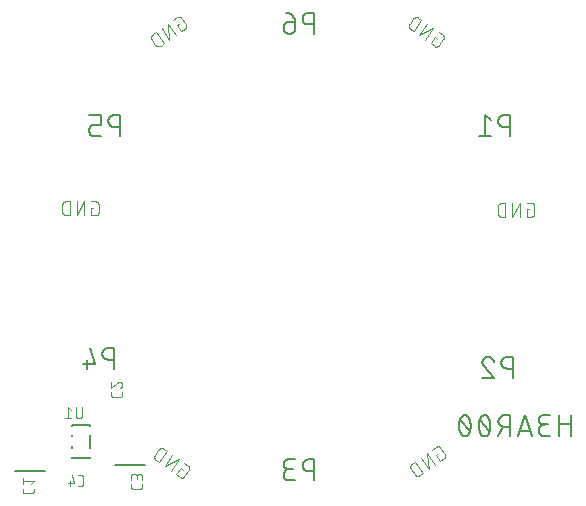
<source format=gbr>
G04 EAGLE Gerber RS-274X export*
G75*
%MOMM*%
%FSLAX34Y34*%
%LPD*%
%INSilkscreen Bottom*%
%IPPOS*%
%AMOC8*
5,1,8,0,0,1.08239X$1,22.5*%
G01*
%ADD10C,0.101600*%
%ADD11C,0.152400*%
%ADD12C,0.076200*%


D10*
X476946Y535413D02*
X475351Y536530D01*
X471628Y531213D01*
X474818Y528979D01*
X474901Y528924D01*
X474985Y528872D01*
X475072Y528823D01*
X475160Y528777D01*
X475250Y528735D01*
X475342Y528696D01*
X475435Y528661D01*
X475529Y528629D01*
X475624Y528601D01*
X475721Y528577D01*
X475818Y528556D01*
X475916Y528540D01*
X476015Y528526D01*
X476114Y528517D01*
X476213Y528512D01*
X476313Y528510D01*
X476412Y528512D01*
X476511Y528518D01*
X476610Y528528D01*
X476709Y528541D01*
X476807Y528559D01*
X476904Y528580D01*
X477000Y528604D01*
X477096Y528633D01*
X477190Y528665D01*
X477283Y528700D01*
X477374Y528739D01*
X477464Y528782D01*
X477552Y528828D01*
X477638Y528877D01*
X477723Y528930D01*
X477805Y528986D01*
X477885Y529045D01*
X477963Y529107D01*
X478038Y529172D01*
X478111Y529239D01*
X478181Y529310D01*
X478249Y529383D01*
X478313Y529459D01*
X478375Y529537D01*
X478434Y529617D01*
X482157Y534934D01*
X482212Y535017D01*
X482264Y535101D01*
X482313Y535188D01*
X482359Y535276D01*
X482401Y535366D01*
X482440Y535458D01*
X482475Y535551D01*
X482507Y535645D01*
X482535Y535740D01*
X482559Y535837D01*
X482580Y535934D01*
X482596Y536032D01*
X482610Y536131D01*
X482619Y536230D01*
X482624Y536329D01*
X482626Y536429D01*
X482624Y536528D01*
X482618Y536627D01*
X482608Y536726D01*
X482595Y536825D01*
X482577Y536923D01*
X482556Y537020D01*
X482532Y537116D01*
X482503Y537212D01*
X482471Y537306D01*
X482436Y537399D01*
X482397Y537490D01*
X482354Y537580D01*
X482308Y537668D01*
X482259Y537754D01*
X482206Y537839D01*
X482150Y537921D01*
X482091Y538001D01*
X482029Y538079D01*
X481964Y538154D01*
X481897Y538227D01*
X481826Y538297D01*
X481753Y538365D01*
X481677Y538429D01*
X481599Y538491D01*
X481519Y538550D01*
X481520Y538550D02*
X478329Y540784D01*
X473660Y544054D02*
X466958Y534483D01*
X461641Y538206D02*
X473660Y544054D01*
X468342Y547777D02*
X461641Y538206D01*
X456971Y541476D02*
X463672Y551047D01*
X461014Y552908D01*
X461014Y552909D02*
X460920Y552972D01*
X460824Y553032D01*
X460726Y553089D01*
X460626Y553142D01*
X460524Y553192D01*
X460420Y553238D01*
X460315Y553280D01*
X460209Y553319D01*
X460101Y553354D01*
X459992Y553385D01*
X459882Y553413D01*
X459771Y553436D01*
X459660Y553456D01*
X459548Y553472D01*
X459435Y553484D01*
X459322Y553492D01*
X459209Y553496D01*
X459095Y553496D01*
X458982Y553492D01*
X458869Y553484D01*
X458756Y553472D01*
X458644Y553456D01*
X458533Y553436D01*
X458422Y553413D01*
X458312Y553385D01*
X458203Y553354D01*
X458095Y553319D01*
X457989Y553280D01*
X457884Y553238D01*
X457780Y553192D01*
X457678Y553142D01*
X457578Y553089D01*
X457480Y553032D01*
X457384Y552972D01*
X457290Y552909D01*
X457199Y552842D01*
X457109Y552773D01*
X457022Y552700D01*
X456938Y552624D01*
X456857Y552545D01*
X456778Y552464D01*
X456702Y552380D01*
X456629Y552293D01*
X456560Y552204D01*
X456493Y552112D01*
X456494Y552111D02*
X453515Y547858D01*
X453452Y547764D01*
X453392Y547668D01*
X453335Y547570D01*
X453282Y547470D01*
X453232Y547368D01*
X453186Y547264D01*
X453144Y547159D01*
X453105Y547053D01*
X453070Y546945D01*
X453039Y546836D01*
X453011Y546726D01*
X452988Y546615D01*
X452968Y546504D01*
X452952Y546392D01*
X452940Y546279D01*
X452932Y546166D01*
X452928Y546053D01*
X452928Y545939D01*
X452932Y545826D01*
X452940Y545713D01*
X452952Y545600D01*
X452968Y545488D01*
X452988Y545377D01*
X453011Y545266D01*
X453039Y545156D01*
X453070Y545047D01*
X453105Y544939D01*
X453144Y544833D01*
X453186Y544728D01*
X453232Y544624D01*
X453282Y544522D01*
X453335Y544422D01*
X453392Y544324D01*
X453452Y544228D01*
X453515Y544134D01*
X453582Y544042D01*
X453651Y543953D01*
X453724Y543866D01*
X453800Y543782D01*
X453879Y543701D01*
X453960Y543622D01*
X454044Y543546D01*
X454131Y543473D01*
X454221Y543404D01*
X454312Y543337D01*
X456971Y541476D01*
X552596Y391029D02*
X554544Y391029D01*
X552596Y391029D02*
X552596Y384538D01*
X556491Y384538D01*
X556590Y384540D01*
X556690Y384546D01*
X556789Y384555D01*
X556887Y384568D01*
X556985Y384585D01*
X557083Y384606D01*
X557179Y384631D01*
X557274Y384659D01*
X557368Y384691D01*
X557461Y384726D01*
X557553Y384765D01*
X557643Y384808D01*
X557731Y384853D01*
X557818Y384903D01*
X557902Y384955D01*
X557985Y385011D01*
X558065Y385069D01*
X558143Y385131D01*
X558218Y385196D01*
X558291Y385264D01*
X558361Y385334D01*
X558429Y385407D01*
X558494Y385482D01*
X558556Y385560D01*
X558614Y385640D01*
X558670Y385723D01*
X558722Y385807D01*
X558772Y385894D01*
X558817Y385982D01*
X558860Y386072D01*
X558899Y386164D01*
X558934Y386257D01*
X558966Y386351D01*
X558994Y386446D01*
X559019Y386542D01*
X559040Y386640D01*
X559057Y386738D01*
X559070Y386836D01*
X559079Y386935D01*
X559085Y387035D01*
X559087Y387134D01*
X559088Y387134D02*
X559088Y393626D01*
X559087Y393626D02*
X559085Y393725D01*
X559079Y393825D01*
X559070Y393924D01*
X559057Y394022D01*
X559040Y394120D01*
X559019Y394218D01*
X558994Y394314D01*
X558966Y394409D01*
X558934Y394503D01*
X558899Y394596D01*
X558860Y394688D01*
X558817Y394778D01*
X558772Y394866D01*
X558722Y394953D01*
X558670Y395037D01*
X558614Y395120D01*
X558556Y395200D01*
X558494Y395278D01*
X558429Y395353D01*
X558361Y395426D01*
X558291Y395496D01*
X558218Y395564D01*
X558143Y395629D01*
X558065Y395691D01*
X557985Y395749D01*
X557902Y395805D01*
X557818Y395857D01*
X557731Y395907D01*
X557643Y395952D01*
X557553Y395995D01*
X557461Y396034D01*
X557368Y396069D01*
X557274Y396101D01*
X557179Y396129D01*
X557083Y396154D01*
X556985Y396175D01*
X556887Y396192D01*
X556789Y396205D01*
X556690Y396214D01*
X556590Y396220D01*
X556491Y396222D01*
X552596Y396222D01*
X546896Y396222D02*
X546896Y384538D01*
X540404Y384538D02*
X546896Y396222D01*
X540404Y396222D02*
X540404Y384538D01*
X534704Y384538D02*
X534704Y396222D01*
X531458Y396222D01*
X531345Y396220D01*
X531232Y396214D01*
X531119Y396204D01*
X531006Y396190D01*
X530894Y396173D01*
X530783Y396151D01*
X530673Y396126D01*
X530563Y396096D01*
X530455Y396063D01*
X530348Y396026D01*
X530242Y395986D01*
X530138Y395941D01*
X530035Y395893D01*
X529934Y395842D01*
X529835Y395787D01*
X529738Y395729D01*
X529643Y395667D01*
X529550Y395602D01*
X529460Y395534D01*
X529372Y395463D01*
X529286Y395388D01*
X529203Y395311D01*
X529123Y395231D01*
X529046Y395148D01*
X528971Y395062D01*
X528900Y394974D01*
X528832Y394884D01*
X528767Y394791D01*
X528705Y394696D01*
X528647Y394599D01*
X528592Y394500D01*
X528541Y394399D01*
X528493Y394296D01*
X528448Y394192D01*
X528408Y394086D01*
X528371Y393979D01*
X528338Y393871D01*
X528308Y393761D01*
X528283Y393651D01*
X528261Y393540D01*
X528244Y393428D01*
X528230Y393315D01*
X528220Y393202D01*
X528214Y393089D01*
X528212Y392976D01*
X528212Y387784D01*
X528214Y387671D01*
X528220Y387558D01*
X528230Y387445D01*
X528244Y387332D01*
X528261Y387220D01*
X528283Y387109D01*
X528308Y386999D01*
X528338Y386889D01*
X528371Y386781D01*
X528408Y386674D01*
X528448Y386568D01*
X528493Y386464D01*
X528541Y386361D01*
X528592Y386260D01*
X528647Y386161D01*
X528705Y386064D01*
X528767Y385969D01*
X528832Y385876D01*
X528900Y385786D01*
X528971Y385698D01*
X529046Y385612D01*
X529123Y385529D01*
X529203Y385449D01*
X529286Y385372D01*
X529372Y385297D01*
X529460Y385226D01*
X529550Y385158D01*
X529643Y385093D01*
X529738Y385031D01*
X529835Y384973D01*
X529934Y384918D01*
X530035Y384867D01*
X530138Y384819D01*
X530242Y384774D01*
X530348Y384734D01*
X530455Y384697D01*
X530563Y384664D01*
X530673Y384634D01*
X530783Y384609D01*
X530894Y384587D01*
X531006Y384570D01*
X531119Y384556D01*
X531232Y384546D01*
X531345Y384540D01*
X531458Y384538D01*
X534704Y384538D01*
X477471Y184280D02*
X475876Y183163D01*
X479599Y177846D01*
X482790Y180080D01*
X482789Y180080D02*
X482869Y180139D01*
X482947Y180201D01*
X483023Y180265D01*
X483096Y180333D01*
X483167Y180403D01*
X483234Y180476D01*
X483299Y180551D01*
X483361Y180629D01*
X483420Y180709D01*
X483476Y180791D01*
X483529Y180876D01*
X483578Y180962D01*
X483624Y181050D01*
X483667Y181140D01*
X483706Y181231D01*
X483741Y181324D01*
X483773Y181418D01*
X483802Y181514D01*
X483826Y181610D01*
X483847Y181707D01*
X483865Y181805D01*
X483878Y181904D01*
X483888Y182003D01*
X483894Y182102D01*
X483896Y182201D01*
X483894Y182301D01*
X483889Y182400D01*
X483879Y182499D01*
X483866Y182598D01*
X483850Y182696D01*
X483829Y182793D01*
X483805Y182890D01*
X483777Y182985D01*
X483745Y183079D01*
X483710Y183172D01*
X483671Y183264D01*
X483629Y183354D01*
X483583Y183442D01*
X483534Y183529D01*
X483482Y183613D01*
X483427Y183696D01*
X479704Y189013D01*
X479645Y189093D01*
X479583Y189171D01*
X479519Y189247D01*
X479451Y189320D01*
X479381Y189391D01*
X479308Y189458D01*
X479233Y189523D01*
X479155Y189585D01*
X479075Y189644D01*
X478993Y189700D01*
X478908Y189753D01*
X478822Y189802D01*
X478734Y189848D01*
X478644Y189891D01*
X478553Y189930D01*
X478460Y189965D01*
X478366Y189997D01*
X478270Y190026D01*
X478174Y190050D01*
X478077Y190071D01*
X477979Y190089D01*
X477880Y190102D01*
X477781Y190112D01*
X477682Y190118D01*
X477583Y190120D01*
X477483Y190118D01*
X477384Y190113D01*
X477285Y190104D01*
X477186Y190090D01*
X477088Y190074D01*
X476991Y190053D01*
X476894Y190029D01*
X476799Y190001D01*
X476705Y189969D01*
X476612Y189934D01*
X476520Y189895D01*
X476430Y189853D01*
X476342Y189807D01*
X476255Y189758D01*
X476171Y189706D01*
X476088Y189651D01*
X472898Y187417D01*
X468228Y184147D02*
X474929Y174576D01*
X469612Y170853D02*
X468228Y184147D01*
X462911Y180424D02*
X469612Y170853D01*
X464942Y167583D02*
X458241Y177154D01*
X455582Y175292D01*
X455582Y175293D02*
X455491Y175226D01*
X455401Y175157D01*
X455314Y175084D01*
X455230Y175008D01*
X455149Y174929D01*
X455070Y174848D01*
X454994Y174764D01*
X454921Y174677D01*
X454852Y174588D01*
X454785Y174496D01*
X454722Y174402D01*
X454662Y174306D01*
X454605Y174208D01*
X454552Y174108D01*
X454502Y174006D01*
X454456Y173902D01*
X454414Y173797D01*
X454375Y173691D01*
X454340Y173583D01*
X454309Y173474D01*
X454281Y173364D01*
X454258Y173253D01*
X454238Y173142D01*
X454222Y173030D01*
X454210Y172917D01*
X454202Y172804D01*
X454198Y172691D01*
X454198Y172577D01*
X454202Y172464D01*
X454210Y172351D01*
X454222Y172238D01*
X454238Y172126D01*
X454258Y172015D01*
X454281Y171904D01*
X454309Y171794D01*
X454340Y171685D01*
X454375Y171577D01*
X454414Y171471D01*
X454456Y171366D01*
X454502Y171262D01*
X454552Y171160D01*
X454605Y171060D01*
X454662Y170962D01*
X454722Y170866D01*
X454785Y170772D01*
X457764Y166518D01*
X457763Y166518D02*
X457830Y166427D01*
X457899Y166337D01*
X457972Y166250D01*
X458048Y166166D01*
X458127Y166085D01*
X458208Y166006D01*
X458292Y165930D01*
X458379Y165857D01*
X458469Y165788D01*
X458560Y165721D01*
X458654Y165658D01*
X458750Y165598D01*
X458848Y165541D01*
X458948Y165488D01*
X459050Y165438D01*
X459154Y165392D01*
X459259Y165350D01*
X459365Y165311D01*
X459473Y165276D01*
X459582Y165245D01*
X459692Y165217D01*
X459803Y165194D01*
X459914Y165174D01*
X460026Y165158D01*
X460139Y165146D01*
X460252Y165138D01*
X460365Y165134D01*
X460479Y165134D01*
X460592Y165138D01*
X460705Y165146D01*
X460818Y165158D01*
X460930Y165174D01*
X461041Y165194D01*
X461152Y165217D01*
X461262Y165245D01*
X461371Y165276D01*
X461479Y165311D01*
X461585Y165350D01*
X461690Y165392D01*
X461794Y165438D01*
X461896Y165488D01*
X461996Y165541D01*
X462094Y165598D01*
X462190Y165658D01*
X462284Y165721D01*
X464942Y167583D01*
X261446Y170513D02*
X259851Y171630D01*
X256128Y166313D01*
X259318Y164079D01*
X259401Y164024D01*
X259485Y163972D01*
X259572Y163923D01*
X259660Y163877D01*
X259750Y163835D01*
X259842Y163796D01*
X259935Y163761D01*
X260029Y163729D01*
X260124Y163701D01*
X260221Y163677D01*
X260318Y163656D01*
X260416Y163640D01*
X260515Y163626D01*
X260614Y163617D01*
X260713Y163612D01*
X260813Y163610D01*
X260912Y163612D01*
X261011Y163618D01*
X261110Y163628D01*
X261209Y163641D01*
X261307Y163659D01*
X261404Y163680D01*
X261500Y163704D01*
X261596Y163733D01*
X261690Y163765D01*
X261783Y163800D01*
X261874Y163839D01*
X261964Y163882D01*
X262052Y163928D01*
X262138Y163977D01*
X262223Y164030D01*
X262305Y164086D01*
X262385Y164145D01*
X262463Y164207D01*
X262538Y164272D01*
X262611Y164339D01*
X262681Y164410D01*
X262749Y164483D01*
X262813Y164559D01*
X262875Y164637D01*
X262934Y164717D01*
X266657Y170034D01*
X266712Y170117D01*
X266764Y170201D01*
X266813Y170288D01*
X266859Y170376D01*
X266901Y170466D01*
X266940Y170558D01*
X266975Y170651D01*
X267007Y170745D01*
X267035Y170840D01*
X267059Y170937D01*
X267080Y171034D01*
X267096Y171132D01*
X267110Y171231D01*
X267119Y171330D01*
X267124Y171429D01*
X267126Y171529D01*
X267124Y171628D01*
X267118Y171727D01*
X267108Y171826D01*
X267095Y171925D01*
X267077Y172023D01*
X267056Y172120D01*
X267032Y172216D01*
X267003Y172312D01*
X266971Y172406D01*
X266936Y172499D01*
X266897Y172590D01*
X266854Y172680D01*
X266808Y172768D01*
X266759Y172854D01*
X266706Y172939D01*
X266650Y173021D01*
X266591Y173101D01*
X266529Y173179D01*
X266464Y173254D01*
X266397Y173327D01*
X266326Y173397D01*
X266253Y173465D01*
X266177Y173529D01*
X266099Y173591D01*
X266019Y173650D01*
X266020Y173650D02*
X262829Y175884D01*
X258160Y179154D02*
X251458Y169583D01*
X246141Y173306D02*
X258160Y179154D01*
X252842Y182877D02*
X246141Y173306D01*
X241471Y176576D02*
X248172Y186147D01*
X245514Y188008D01*
X245514Y188009D02*
X245420Y188072D01*
X245324Y188132D01*
X245226Y188189D01*
X245126Y188242D01*
X245024Y188292D01*
X244920Y188338D01*
X244815Y188380D01*
X244709Y188419D01*
X244601Y188454D01*
X244492Y188485D01*
X244382Y188513D01*
X244271Y188536D01*
X244160Y188556D01*
X244048Y188572D01*
X243935Y188584D01*
X243822Y188592D01*
X243709Y188596D01*
X243595Y188596D01*
X243482Y188592D01*
X243369Y188584D01*
X243256Y188572D01*
X243144Y188556D01*
X243033Y188536D01*
X242922Y188513D01*
X242812Y188485D01*
X242703Y188454D01*
X242595Y188419D01*
X242489Y188380D01*
X242384Y188338D01*
X242280Y188292D01*
X242178Y188242D01*
X242078Y188189D01*
X241980Y188132D01*
X241884Y188072D01*
X241790Y188009D01*
X241699Y187942D01*
X241609Y187873D01*
X241522Y187800D01*
X241438Y187724D01*
X241357Y187645D01*
X241278Y187564D01*
X241202Y187480D01*
X241129Y187393D01*
X241060Y187304D01*
X240993Y187212D01*
X240994Y187211D02*
X238015Y182958D01*
X237952Y182864D01*
X237892Y182768D01*
X237835Y182670D01*
X237782Y182570D01*
X237732Y182468D01*
X237686Y182364D01*
X237644Y182259D01*
X237605Y182153D01*
X237570Y182045D01*
X237539Y181936D01*
X237511Y181826D01*
X237488Y181715D01*
X237468Y181604D01*
X237452Y181492D01*
X237440Y181379D01*
X237432Y181266D01*
X237428Y181153D01*
X237428Y181039D01*
X237432Y180926D01*
X237440Y180813D01*
X237452Y180700D01*
X237468Y180588D01*
X237488Y180477D01*
X237511Y180366D01*
X237539Y180256D01*
X237570Y180147D01*
X237605Y180039D01*
X237644Y179933D01*
X237686Y179828D01*
X237732Y179724D01*
X237782Y179622D01*
X237835Y179522D01*
X237892Y179424D01*
X237952Y179328D01*
X238015Y179234D01*
X238082Y179142D01*
X238151Y179053D01*
X238224Y178966D01*
X238300Y178882D01*
X238379Y178801D01*
X238460Y178722D01*
X238544Y178646D01*
X238631Y178573D01*
X238721Y178504D01*
X238812Y178437D01*
X241471Y176576D01*
X185774Y392299D02*
X183826Y392299D01*
X183826Y385808D01*
X187721Y385808D01*
X187820Y385810D01*
X187920Y385816D01*
X188019Y385825D01*
X188117Y385838D01*
X188215Y385855D01*
X188313Y385876D01*
X188409Y385901D01*
X188504Y385929D01*
X188598Y385961D01*
X188691Y385996D01*
X188783Y386035D01*
X188873Y386078D01*
X188961Y386123D01*
X189048Y386173D01*
X189132Y386225D01*
X189215Y386281D01*
X189295Y386339D01*
X189373Y386401D01*
X189448Y386466D01*
X189521Y386534D01*
X189591Y386604D01*
X189659Y386677D01*
X189724Y386752D01*
X189786Y386830D01*
X189844Y386910D01*
X189900Y386993D01*
X189952Y387077D01*
X190002Y387164D01*
X190047Y387252D01*
X190090Y387342D01*
X190129Y387434D01*
X190164Y387527D01*
X190196Y387621D01*
X190224Y387716D01*
X190249Y387812D01*
X190270Y387910D01*
X190287Y388008D01*
X190300Y388106D01*
X190309Y388205D01*
X190315Y388305D01*
X190317Y388404D01*
X190318Y388404D02*
X190318Y394896D01*
X190317Y394896D02*
X190315Y394995D01*
X190309Y395095D01*
X190300Y395194D01*
X190287Y395292D01*
X190270Y395390D01*
X190249Y395488D01*
X190224Y395584D01*
X190196Y395679D01*
X190164Y395773D01*
X190129Y395866D01*
X190090Y395958D01*
X190047Y396048D01*
X190002Y396136D01*
X189952Y396223D01*
X189900Y396307D01*
X189844Y396390D01*
X189786Y396470D01*
X189724Y396548D01*
X189659Y396623D01*
X189591Y396696D01*
X189521Y396766D01*
X189448Y396834D01*
X189373Y396899D01*
X189295Y396961D01*
X189215Y397019D01*
X189132Y397075D01*
X189048Y397127D01*
X188961Y397177D01*
X188873Y397222D01*
X188783Y397265D01*
X188691Y397304D01*
X188598Y397339D01*
X188504Y397371D01*
X188409Y397399D01*
X188313Y397424D01*
X188215Y397445D01*
X188117Y397462D01*
X188019Y397475D01*
X187920Y397484D01*
X187820Y397490D01*
X187721Y397492D01*
X183826Y397492D01*
X178126Y397492D02*
X178126Y385808D01*
X171634Y385808D02*
X178126Y397492D01*
X171634Y397492D02*
X171634Y385808D01*
X165934Y385808D02*
X165934Y397492D01*
X162688Y397492D01*
X162575Y397490D01*
X162462Y397484D01*
X162349Y397474D01*
X162236Y397460D01*
X162124Y397443D01*
X162013Y397421D01*
X161903Y397396D01*
X161793Y397366D01*
X161685Y397333D01*
X161578Y397296D01*
X161472Y397256D01*
X161368Y397211D01*
X161265Y397163D01*
X161164Y397112D01*
X161065Y397057D01*
X160968Y396999D01*
X160873Y396937D01*
X160780Y396872D01*
X160690Y396804D01*
X160602Y396733D01*
X160516Y396658D01*
X160433Y396581D01*
X160353Y396501D01*
X160276Y396418D01*
X160201Y396332D01*
X160130Y396244D01*
X160062Y396154D01*
X159997Y396061D01*
X159935Y395966D01*
X159877Y395869D01*
X159822Y395770D01*
X159771Y395669D01*
X159723Y395566D01*
X159678Y395462D01*
X159638Y395356D01*
X159601Y395249D01*
X159568Y395141D01*
X159538Y395031D01*
X159513Y394921D01*
X159491Y394810D01*
X159474Y394698D01*
X159460Y394585D01*
X159450Y394472D01*
X159444Y394359D01*
X159442Y394246D01*
X159442Y389054D01*
X159444Y388941D01*
X159450Y388828D01*
X159460Y388715D01*
X159474Y388602D01*
X159491Y388490D01*
X159513Y388379D01*
X159538Y388269D01*
X159568Y388159D01*
X159601Y388051D01*
X159638Y387944D01*
X159678Y387838D01*
X159723Y387734D01*
X159771Y387631D01*
X159822Y387530D01*
X159877Y387431D01*
X159935Y387334D01*
X159997Y387239D01*
X160062Y387146D01*
X160130Y387056D01*
X160201Y386968D01*
X160276Y386882D01*
X160353Y386799D01*
X160433Y386719D01*
X160516Y386642D01*
X160602Y386567D01*
X160690Y386496D01*
X160780Y386428D01*
X160873Y386363D01*
X160968Y386301D01*
X161065Y386243D01*
X161164Y386188D01*
X161265Y386137D01*
X161368Y386089D01*
X161472Y386044D01*
X161578Y386004D01*
X161685Y385967D01*
X161793Y385934D01*
X161903Y385904D01*
X162013Y385879D01*
X162124Y385857D01*
X162236Y385840D01*
X162349Y385826D01*
X162462Y385816D01*
X162575Y385810D01*
X162688Y385808D01*
X165934Y385808D01*
X256566Y546793D02*
X258161Y547910D01*
X256566Y546793D02*
X260289Y541476D01*
X263480Y543710D01*
X263479Y543710D02*
X263559Y543769D01*
X263637Y543831D01*
X263713Y543895D01*
X263786Y543963D01*
X263857Y544033D01*
X263924Y544106D01*
X263989Y544181D01*
X264051Y544259D01*
X264110Y544339D01*
X264166Y544421D01*
X264219Y544506D01*
X264268Y544592D01*
X264314Y544680D01*
X264357Y544770D01*
X264396Y544861D01*
X264431Y544954D01*
X264463Y545048D01*
X264492Y545144D01*
X264516Y545240D01*
X264537Y545337D01*
X264555Y545435D01*
X264568Y545534D01*
X264578Y545633D01*
X264584Y545732D01*
X264586Y545831D01*
X264584Y545931D01*
X264579Y546030D01*
X264569Y546129D01*
X264556Y546228D01*
X264540Y546326D01*
X264519Y546423D01*
X264495Y546520D01*
X264467Y546615D01*
X264435Y546709D01*
X264400Y546802D01*
X264361Y546894D01*
X264319Y546984D01*
X264273Y547072D01*
X264224Y547159D01*
X264172Y547243D01*
X264117Y547326D01*
X260394Y552643D01*
X260335Y552723D01*
X260273Y552801D01*
X260209Y552877D01*
X260141Y552950D01*
X260071Y553021D01*
X259998Y553088D01*
X259923Y553153D01*
X259845Y553215D01*
X259765Y553274D01*
X259683Y553330D01*
X259598Y553383D01*
X259512Y553432D01*
X259424Y553478D01*
X259334Y553521D01*
X259243Y553560D01*
X259150Y553595D01*
X259056Y553627D01*
X258960Y553656D01*
X258864Y553680D01*
X258767Y553701D01*
X258669Y553719D01*
X258570Y553732D01*
X258471Y553742D01*
X258372Y553748D01*
X258273Y553750D01*
X258173Y553748D01*
X258074Y553743D01*
X257975Y553734D01*
X257876Y553720D01*
X257778Y553704D01*
X257681Y553683D01*
X257584Y553659D01*
X257489Y553631D01*
X257395Y553599D01*
X257302Y553564D01*
X257210Y553525D01*
X257120Y553483D01*
X257032Y553437D01*
X256945Y553388D01*
X256861Y553336D01*
X256778Y553281D01*
X253588Y551047D01*
X248918Y547777D02*
X255619Y538206D01*
X250302Y534483D02*
X248918Y547777D01*
X243601Y544054D02*
X250302Y534483D01*
X245632Y531213D02*
X238931Y540784D01*
X236272Y538922D01*
X236272Y538923D02*
X236181Y538856D01*
X236091Y538787D01*
X236004Y538714D01*
X235920Y538638D01*
X235839Y538559D01*
X235760Y538478D01*
X235684Y538394D01*
X235611Y538307D01*
X235542Y538218D01*
X235475Y538126D01*
X235412Y538032D01*
X235352Y537936D01*
X235295Y537838D01*
X235242Y537738D01*
X235192Y537636D01*
X235146Y537532D01*
X235104Y537427D01*
X235065Y537321D01*
X235030Y537213D01*
X234999Y537104D01*
X234971Y536994D01*
X234948Y536883D01*
X234928Y536772D01*
X234912Y536660D01*
X234900Y536547D01*
X234892Y536434D01*
X234888Y536321D01*
X234888Y536207D01*
X234892Y536094D01*
X234900Y535981D01*
X234912Y535868D01*
X234928Y535756D01*
X234948Y535645D01*
X234971Y535534D01*
X234999Y535424D01*
X235030Y535315D01*
X235065Y535207D01*
X235104Y535101D01*
X235146Y534996D01*
X235192Y534892D01*
X235242Y534790D01*
X235295Y534690D01*
X235352Y534592D01*
X235412Y534496D01*
X235475Y534402D01*
X238454Y530148D01*
X238453Y530148D02*
X238520Y530057D01*
X238589Y529967D01*
X238662Y529880D01*
X238738Y529796D01*
X238817Y529715D01*
X238898Y529636D01*
X238982Y529560D01*
X239069Y529487D01*
X239159Y529418D01*
X239250Y529351D01*
X239344Y529288D01*
X239440Y529228D01*
X239538Y529171D01*
X239638Y529118D01*
X239740Y529068D01*
X239844Y529022D01*
X239949Y528980D01*
X240055Y528941D01*
X240163Y528906D01*
X240272Y528875D01*
X240382Y528847D01*
X240493Y528824D01*
X240604Y528804D01*
X240716Y528788D01*
X240829Y528776D01*
X240942Y528768D01*
X241055Y528764D01*
X241169Y528764D01*
X241282Y528768D01*
X241395Y528776D01*
X241508Y528788D01*
X241620Y528804D01*
X241731Y528824D01*
X241842Y528847D01*
X241952Y528875D01*
X242061Y528906D01*
X242169Y528941D01*
X242275Y528980D01*
X242380Y529022D01*
X242484Y529068D01*
X242586Y529118D01*
X242686Y529171D01*
X242784Y529228D01*
X242880Y529288D01*
X242974Y529351D01*
X245632Y531213D01*
D11*
X538566Y470500D02*
X538566Y452720D01*
X538566Y470500D02*
X533628Y470500D01*
X533488Y470498D01*
X533349Y470492D01*
X533209Y470482D01*
X533070Y470468D01*
X532931Y470451D01*
X532793Y470429D01*
X532656Y470403D01*
X532519Y470374D01*
X532383Y470341D01*
X532249Y470304D01*
X532115Y470263D01*
X531983Y470218D01*
X531851Y470169D01*
X531722Y470117D01*
X531594Y470062D01*
X531467Y470002D01*
X531342Y469939D01*
X531219Y469873D01*
X531098Y469803D01*
X530979Y469730D01*
X530862Y469653D01*
X530748Y469573D01*
X530635Y469490D01*
X530525Y469404D01*
X530418Y469314D01*
X530313Y469222D01*
X530211Y469127D01*
X530111Y469029D01*
X530014Y468928D01*
X529920Y468824D01*
X529830Y468718D01*
X529742Y468609D01*
X529657Y468498D01*
X529576Y468384D01*
X529497Y468269D01*
X529422Y468151D01*
X529351Y468031D01*
X529283Y467908D01*
X529218Y467785D01*
X529157Y467659D01*
X529099Y467531D01*
X529045Y467403D01*
X528995Y467272D01*
X528948Y467140D01*
X528905Y467007D01*
X528866Y466873D01*
X528831Y466738D01*
X528800Y466602D01*
X528772Y466464D01*
X528749Y466327D01*
X528729Y466188D01*
X528713Y466049D01*
X528701Y465910D01*
X528693Y465771D01*
X528689Y465631D01*
X528689Y465491D01*
X528693Y465351D01*
X528701Y465212D01*
X528713Y465073D01*
X528729Y464934D01*
X528749Y464795D01*
X528772Y464658D01*
X528800Y464520D01*
X528831Y464384D01*
X528866Y464249D01*
X528905Y464115D01*
X528948Y463982D01*
X528995Y463850D01*
X529045Y463719D01*
X529099Y463591D01*
X529157Y463463D01*
X529218Y463337D01*
X529283Y463214D01*
X529351Y463092D01*
X529422Y462971D01*
X529497Y462853D01*
X529576Y462738D01*
X529657Y462624D01*
X529742Y462513D01*
X529830Y462404D01*
X529920Y462298D01*
X530014Y462194D01*
X530111Y462093D01*
X530211Y461995D01*
X530313Y461900D01*
X530418Y461808D01*
X530525Y461718D01*
X530635Y461632D01*
X530748Y461549D01*
X530862Y461469D01*
X530979Y461392D01*
X531098Y461319D01*
X531219Y461249D01*
X531342Y461183D01*
X531467Y461120D01*
X531594Y461060D01*
X531722Y461005D01*
X531851Y460953D01*
X531983Y460904D01*
X532115Y460859D01*
X532249Y460818D01*
X532383Y460781D01*
X532519Y460748D01*
X532656Y460719D01*
X532793Y460693D01*
X532931Y460671D01*
X533070Y460654D01*
X533209Y460640D01*
X533349Y460630D01*
X533488Y460624D01*
X533628Y460622D01*
X538566Y460622D01*
X522571Y466549D02*
X517632Y470500D01*
X517632Y452720D01*
X512694Y452720D02*
X522571Y452720D01*
X541106Y265910D02*
X541106Y248130D01*
X541106Y265910D02*
X536168Y265910D01*
X536028Y265908D01*
X535889Y265902D01*
X535749Y265892D01*
X535610Y265878D01*
X535471Y265861D01*
X535333Y265839D01*
X535196Y265813D01*
X535059Y265784D01*
X534923Y265751D01*
X534789Y265714D01*
X534655Y265673D01*
X534523Y265628D01*
X534391Y265579D01*
X534262Y265527D01*
X534134Y265472D01*
X534007Y265412D01*
X533882Y265349D01*
X533759Y265283D01*
X533638Y265213D01*
X533519Y265140D01*
X533402Y265063D01*
X533288Y264983D01*
X533175Y264900D01*
X533065Y264814D01*
X532958Y264724D01*
X532853Y264632D01*
X532751Y264537D01*
X532651Y264439D01*
X532554Y264338D01*
X532460Y264234D01*
X532370Y264128D01*
X532282Y264019D01*
X532197Y263908D01*
X532116Y263794D01*
X532037Y263679D01*
X531962Y263561D01*
X531891Y263441D01*
X531823Y263318D01*
X531758Y263195D01*
X531697Y263069D01*
X531639Y262941D01*
X531585Y262813D01*
X531535Y262682D01*
X531488Y262550D01*
X531445Y262417D01*
X531406Y262283D01*
X531371Y262148D01*
X531340Y262012D01*
X531312Y261874D01*
X531289Y261737D01*
X531269Y261598D01*
X531253Y261459D01*
X531241Y261320D01*
X531233Y261181D01*
X531229Y261041D01*
X531229Y260901D01*
X531233Y260761D01*
X531241Y260622D01*
X531253Y260483D01*
X531269Y260344D01*
X531289Y260205D01*
X531312Y260068D01*
X531340Y259930D01*
X531371Y259794D01*
X531406Y259659D01*
X531445Y259525D01*
X531488Y259392D01*
X531535Y259260D01*
X531585Y259129D01*
X531639Y259001D01*
X531697Y258873D01*
X531758Y258747D01*
X531823Y258624D01*
X531891Y258501D01*
X531962Y258381D01*
X532037Y258263D01*
X532116Y258148D01*
X532197Y258034D01*
X532282Y257923D01*
X532370Y257814D01*
X532460Y257708D01*
X532554Y257604D01*
X532651Y257503D01*
X532751Y257405D01*
X532853Y257310D01*
X532958Y257218D01*
X533065Y257128D01*
X533175Y257042D01*
X533288Y256959D01*
X533402Y256879D01*
X533519Y256802D01*
X533638Y256729D01*
X533759Y256659D01*
X533882Y256593D01*
X534007Y256530D01*
X534134Y256470D01*
X534262Y256415D01*
X534391Y256363D01*
X534523Y256314D01*
X534655Y256269D01*
X534789Y256228D01*
X534923Y256191D01*
X535059Y256158D01*
X535196Y256129D01*
X535333Y256103D01*
X535471Y256081D01*
X535610Y256064D01*
X535749Y256050D01*
X535889Y256040D01*
X536028Y256034D01*
X536168Y256032D01*
X541106Y256032D01*
X519679Y265910D02*
X519547Y265908D01*
X519416Y265902D01*
X519284Y265892D01*
X519153Y265879D01*
X519023Y265861D01*
X518893Y265840D01*
X518763Y265815D01*
X518635Y265786D01*
X518507Y265753D01*
X518381Y265716D01*
X518255Y265676D01*
X518131Y265632D01*
X518008Y265584D01*
X517887Y265533D01*
X517767Y265478D01*
X517649Y265420D01*
X517533Y265358D01*
X517419Y265292D01*
X517306Y265224D01*
X517196Y265152D01*
X517088Y265077D01*
X516982Y264998D01*
X516878Y264917D01*
X516777Y264832D01*
X516679Y264745D01*
X516583Y264654D01*
X516490Y264561D01*
X516399Y264465D01*
X516312Y264367D01*
X516227Y264266D01*
X516146Y264162D01*
X516067Y264056D01*
X515992Y263948D01*
X515920Y263838D01*
X515852Y263725D01*
X515786Y263611D01*
X515724Y263495D01*
X515666Y263377D01*
X515611Y263257D01*
X515560Y263136D01*
X515512Y263013D01*
X515468Y262889D01*
X515428Y262763D01*
X515391Y262637D01*
X515358Y262509D01*
X515329Y262381D01*
X515304Y262251D01*
X515283Y262121D01*
X515265Y261991D01*
X515252Y261860D01*
X515242Y261728D01*
X515236Y261597D01*
X515234Y261465D01*
X519679Y265910D02*
X519829Y265908D01*
X519978Y265902D01*
X520127Y265892D01*
X520276Y265879D01*
X520425Y265861D01*
X520573Y265840D01*
X520721Y265814D01*
X520867Y265785D01*
X521013Y265752D01*
X521158Y265715D01*
X521302Y265674D01*
X521445Y265630D01*
X521587Y265582D01*
X521727Y265530D01*
X521866Y265475D01*
X522004Y265416D01*
X522139Y265353D01*
X522274Y265287D01*
X522406Y265217D01*
X522536Y265144D01*
X522665Y265067D01*
X522792Y264987D01*
X522916Y264904D01*
X523038Y264818D01*
X523158Y264728D01*
X523275Y264635D01*
X523390Y264540D01*
X523503Y264441D01*
X523613Y264339D01*
X523720Y264235D01*
X523824Y264128D01*
X523926Y264018D01*
X524024Y263905D01*
X524120Y263790D01*
X524212Y263672D01*
X524302Y263552D01*
X524388Y263430D01*
X524471Y263306D01*
X524551Y263179D01*
X524627Y263051D01*
X524700Y262920D01*
X524770Y262787D01*
X524836Y262653D01*
X524898Y262517D01*
X524957Y262380D01*
X525013Y262241D01*
X525064Y262100D01*
X525112Y261959D01*
X516716Y258008D02*
X516620Y258101D01*
X516528Y258197D01*
X516438Y258296D01*
X516351Y258397D01*
X516267Y258500D01*
X516185Y258605D01*
X516107Y258713D01*
X516032Y258823D01*
X515959Y258935D01*
X515890Y259049D01*
X515824Y259165D01*
X515762Y259283D01*
X515703Y259402D01*
X515647Y259523D01*
X515594Y259646D01*
X515545Y259770D01*
X515500Y259895D01*
X515457Y260022D01*
X515419Y260149D01*
X515384Y260278D01*
X515353Y260407D01*
X515325Y260538D01*
X515301Y260669D01*
X515280Y260801D01*
X515264Y260933D01*
X515251Y261066D01*
X515241Y261199D01*
X515236Y261332D01*
X515234Y261465D01*
X516715Y258008D02*
X525111Y248130D01*
X515234Y248130D01*
X372836Y179060D02*
X372836Y161280D01*
X372836Y179060D02*
X367898Y179060D01*
X367758Y179058D01*
X367619Y179052D01*
X367479Y179042D01*
X367340Y179028D01*
X367201Y179011D01*
X367063Y178989D01*
X366926Y178963D01*
X366789Y178934D01*
X366653Y178901D01*
X366519Y178864D01*
X366385Y178823D01*
X366253Y178778D01*
X366121Y178729D01*
X365992Y178677D01*
X365864Y178622D01*
X365737Y178562D01*
X365612Y178499D01*
X365489Y178433D01*
X365368Y178363D01*
X365249Y178290D01*
X365132Y178213D01*
X365018Y178133D01*
X364905Y178050D01*
X364795Y177964D01*
X364688Y177874D01*
X364583Y177782D01*
X364481Y177687D01*
X364381Y177589D01*
X364284Y177488D01*
X364190Y177384D01*
X364100Y177278D01*
X364012Y177169D01*
X363927Y177058D01*
X363846Y176944D01*
X363767Y176829D01*
X363692Y176711D01*
X363621Y176591D01*
X363553Y176468D01*
X363488Y176345D01*
X363427Y176219D01*
X363369Y176091D01*
X363315Y175963D01*
X363265Y175832D01*
X363218Y175700D01*
X363175Y175567D01*
X363136Y175433D01*
X363101Y175298D01*
X363070Y175162D01*
X363042Y175024D01*
X363019Y174887D01*
X362999Y174748D01*
X362983Y174609D01*
X362971Y174470D01*
X362963Y174331D01*
X362959Y174191D01*
X362959Y174051D01*
X362963Y173911D01*
X362971Y173772D01*
X362983Y173633D01*
X362999Y173494D01*
X363019Y173355D01*
X363042Y173218D01*
X363070Y173080D01*
X363101Y172944D01*
X363136Y172809D01*
X363175Y172675D01*
X363218Y172542D01*
X363265Y172410D01*
X363315Y172279D01*
X363369Y172151D01*
X363427Y172023D01*
X363488Y171897D01*
X363553Y171774D01*
X363621Y171651D01*
X363692Y171531D01*
X363767Y171413D01*
X363846Y171298D01*
X363927Y171184D01*
X364012Y171073D01*
X364100Y170964D01*
X364190Y170858D01*
X364284Y170754D01*
X364381Y170653D01*
X364481Y170555D01*
X364583Y170460D01*
X364688Y170368D01*
X364795Y170278D01*
X364905Y170192D01*
X365018Y170109D01*
X365132Y170029D01*
X365249Y169952D01*
X365368Y169879D01*
X365489Y169809D01*
X365612Y169743D01*
X365737Y169680D01*
X365864Y169620D01*
X365992Y169565D01*
X366121Y169513D01*
X366253Y169464D01*
X366385Y169419D01*
X366519Y169378D01*
X366653Y169341D01*
X366789Y169308D01*
X366926Y169279D01*
X367063Y169253D01*
X367201Y169231D01*
X367340Y169214D01*
X367479Y169200D01*
X367619Y169190D01*
X367758Y169184D01*
X367898Y169182D01*
X372836Y169182D01*
X356841Y161280D02*
X351902Y161280D01*
X351762Y161282D01*
X351623Y161288D01*
X351483Y161298D01*
X351344Y161312D01*
X351205Y161329D01*
X351067Y161351D01*
X350930Y161377D01*
X350793Y161406D01*
X350657Y161439D01*
X350523Y161476D01*
X350389Y161517D01*
X350257Y161562D01*
X350125Y161611D01*
X349996Y161663D01*
X349868Y161718D01*
X349741Y161778D01*
X349616Y161841D01*
X349493Y161907D01*
X349372Y161977D01*
X349253Y162050D01*
X349136Y162127D01*
X349022Y162207D01*
X348909Y162290D01*
X348799Y162376D01*
X348692Y162466D01*
X348587Y162558D01*
X348485Y162653D01*
X348385Y162751D01*
X348288Y162852D01*
X348194Y162956D01*
X348104Y163062D01*
X348016Y163171D01*
X347931Y163282D01*
X347850Y163396D01*
X347771Y163511D01*
X347696Y163629D01*
X347625Y163749D01*
X347557Y163872D01*
X347492Y163995D01*
X347431Y164121D01*
X347373Y164249D01*
X347319Y164377D01*
X347269Y164508D01*
X347222Y164640D01*
X347179Y164773D01*
X347140Y164907D01*
X347105Y165042D01*
X347074Y165178D01*
X347046Y165316D01*
X347023Y165453D01*
X347003Y165592D01*
X346987Y165731D01*
X346975Y165870D01*
X346967Y166009D01*
X346963Y166149D01*
X346963Y166289D01*
X346967Y166429D01*
X346975Y166568D01*
X346987Y166707D01*
X347003Y166846D01*
X347023Y166985D01*
X347046Y167122D01*
X347074Y167260D01*
X347105Y167396D01*
X347140Y167531D01*
X347179Y167665D01*
X347222Y167798D01*
X347269Y167930D01*
X347319Y168061D01*
X347373Y168189D01*
X347431Y168317D01*
X347492Y168443D01*
X347557Y168566D01*
X347625Y168689D01*
X347696Y168809D01*
X347771Y168927D01*
X347850Y169042D01*
X347931Y169156D01*
X348016Y169267D01*
X348104Y169376D01*
X348194Y169482D01*
X348288Y169586D01*
X348385Y169687D01*
X348485Y169785D01*
X348587Y169880D01*
X348692Y169972D01*
X348799Y170062D01*
X348909Y170148D01*
X349022Y170231D01*
X349136Y170311D01*
X349253Y170388D01*
X349372Y170461D01*
X349493Y170531D01*
X349616Y170597D01*
X349741Y170660D01*
X349868Y170720D01*
X349996Y170775D01*
X350125Y170827D01*
X350257Y170876D01*
X350389Y170921D01*
X350523Y170962D01*
X350657Y170999D01*
X350793Y171032D01*
X350930Y171061D01*
X351067Y171087D01*
X351205Y171109D01*
X351344Y171126D01*
X351483Y171140D01*
X351623Y171150D01*
X351762Y171156D01*
X351902Y171158D01*
X350915Y179060D02*
X356841Y179060D01*
X350915Y179060D02*
X350791Y179058D01*
X350667Y179052D01*
X350543Y179042D01*
X350420Y179029D01*
X350297Y179011D01*
X350175Y178990D01*
X350053Y178965D01*
X349932Y178936D01*
X349813Y178903D01*
X349694Y178867D01*
X349577Y178826D01*
X349461Y178783D01*
X349346Y178735D01*
X349233Y178684D01*
X349121Y178629D01*
X349012Y178571D01*
X348904Y178510D01*
X348798Y178445D01*
X348694Y178377D01*
X348593Y178305D01*
X348493Y178231D01*
X348397Y178153D01*
X348302Y178073D01*
X348210Y177989D01*
X348121Y177903D01*
X348035Y177814D01*
X347951Y177722D01*
X347871Y177627D01*
X347793Y177531D01*
X347719Y177431D01*
X347647Y177330D01*
X347579Y177226D01*
X347514Y177120D01*
X347453Y177012D01*
X347395Y176903D01*
X347340Y176791D01*
X347289Y176678D01*
X347241Y176563D01*
X347198Y176447D01*
X347157Y176330D01*
X347121Y176211D01*
X347088Y176092D01*
X347059Y175971D01*
X347034Y175849D01*
X347013Y175727D01*
X346995Y175604D01*
X346982Y175481D01*
X346972Y175357D01*
X346966Y175233D01*
X346964Y175109D01*
X346966Y174985D01*
X346972Y174861D01*
X346982Y174737D01*
X346995Y174614D01*
X347013Y174491D01*
X347034Y174369D01*
X347059Y174247D01*
X347088Y174126D01*
X347121Y174007D01*
X347157Y173888D01*
X347198Y173771D01*
X347241Y173655D01*
X347289Y173540D01*
X347340Y173427D01*
X347395Y173315D01*
X347453Y173206D01*
X347514Y173098D01*
X347579Y172992D01*
X347647Y172888D01*
X347719Y172787D01*
X347793Y172687D01*
X347871Y172591D01*
X347951Y172496D01*
X348035Y172404D01*
X348121Y172315D01*
X348210Y172229D01*
X348302Y172145D01*
X348397Y172065D01*
X348493Y171987D01*
X348593Y171913D01*
X348694Y171841D01*
X348798Y171773D01*
X348904Y171708D01*
X349012Y171647D01*
X349121Y171589D01*
X349233Y171534D01*
X349346Y171483D01*
X349461Y171435D01*
X349577Y171392D01*
X349694Y171351D01*
X349813Y171315D01*
X349932Y171282D01*
X350053Y171253D01*
X350175Y171228D01*
X350297Y171207D01*
X350420Y171189D01*
X350543Y171176D01*
X350667Y171166D01*
X350791Y171160D01*
X350915Y171158D01*
X354866Y171158D01*
X203296Y255750D02*
X203296Y273530D01*
X198358Y273530D01*
X198218Y273528D01*
X198079Y273522D01*
X197939Y273512D01*
X197800Y273498D01*
X197661Y273481D01*
X197523Y273459D01*
X197386Y273433D01*
X197249Y273404D01*
X197113Y273371D01*
X196979Y273334D01*
X196845Y273293D01*
X196713Y273248D01*
X196581Y273199D01*
X196452Y273147D01*
X196324Y273092D01*
X196197Y273032D01*
X196072Y272969D01*
X195949Y272903D01*
X195828Y272833D01*
X195709Y272760D01*
X195592Y272683D01*
X195478Y272603D01*
X195365Y272520D01*
X195255Y272434D01*
X195148Y272344D01*
X195043Y272252D01*
X194941Y272157D01*
X194841Y272059D01*
X194744Y271958D01*
X194650Y271854D01*
X194560Y271748D01*
X194472Y271639D01*
X194387Y271528D01*
X194306Y271414D01*
X194227Y271299D01*
X194152Y271181D01*
X194081Y271061D01*
X194013Y270938D01*
X193948Y270815D01*
X193887Y270689D01*
X193829Y270561D01*
X193775Y270433D01*
X193725Y270302D01*
X193678Y270170D01*
X193635Y270037D01*
X193596Y269903D01*
X193561Y269768D01*
X193530Y269632D01*
X193502Y269494D01*
X193479Y269357D01*
X193459Y269218D01*
X193443Y269079D01*
X193431Y268940D01*
X193423Y268801D01*
X193419Y268661D01*
X193419Y268521D01*
X193423Y268381D01*
X193431Y268242D01*
X193443Y268103D01*
X193459Y267964D01*
X193479Y267825D01*
X193502Y267688D01*
X193530Y267550D01*
X193561Y267414D01*
X193596Y267279D01*
X193635Y267145D01*
X193678Y267012D01*
X193725Y266880D01*
X193775Y266749D01*
X193829Y266621D01*
X193887Y266493D01*
X193948Y266367D01*
X194013Y266244D01*
X194081Y266122D01*
X194152Y266001D01*
X194227Y265883D01*
X194306Y265768D01*
X194387Y265654D01*
X194472Y265543D01*
X194560Y265434D01*
X194650Y265328D01*
X194744Y265224D01*
X194841Y265123D01*
X194941Y265025D01*
X195043Y264930D01*
X195148Y264838D01*
X195255Y264748D01*
X195365Y264662D01*
X195478Y264579D01*
X195592Y264499D01*
X195709Y264422D01*
X195828Y264349D01*
X195949Y264279D01*
X196072Y264213D01*
X196197Y264150D01*
X196324Y264090D01*
X196452Y264035D01*
X196581Y263983D01*
X196713Y263934D01*
X196845Y263889D01*
X196979Y263848D01*
X197113Y263811D01*
X197249Y263778D01*
X197386Y263749D01*
X197523Y263723D01*
X197661Y263701D01*
X197800Y263684D01*
X197939Y263670D01*
X198079Y263660D01*
X198218Y263654D01*
X198358Y263652D01*
X203296Y263652D01*
X187301Y259701D02*
X183350Y273530D01*
X187301Y259701D02*
X177424Y259701D01*
X180387Y263652D02*
X180387Y255750D01*
X208376Y452720D02*
X208376Y470500D01*
X203438Y470500D01*
X203298Y470498D01*
X203159Y470492D01*
X203019Y470482D01*
X202880Y470468D01*
X202741Y470451D01*
X202603Y470429D01*
X202466Y470403D01*
X202329Y470374D01*
X202193Y470341D01*
X202059Y470304D01*
X201925Y470263D01*
X201793Y470218D01*
X201661Y470169D01*
X201532Y470117D01*
X201404Y470062D01*
X201277Y470002D01*
X201152Y469939D01*
X201029Y469873D01*
X200908Y469803D01*
X200789Y469730D01*
X200672Y469653D01*
X200558Y469573D01*
X200445Y469490D01*
X200335Y469404D01*
X200228Y469314D01*
X200123Y469222D01*
X200021Y469127D01*
X199921Y469029D01*
X199824Y468928D01*
X199730Y468824D01*
X199640Y468718D01*
X199552Y468609D01*
X199467Y468498D01*
X199386Y468384D01*
X199307Y468269D01*
X199232Y468151D01*
X199161Y468031D01*
X199093Y467908D01*
X199028Y467785D01*
X198967Y467659D01*
X198909Y467531D01*
X198855Y467403D01*
X198805Y467272D01*
X198758Y467140D01*
X198715Y467007D01*
X198676Y466873D01*
X198641Y466738D01*
X198610Y466602D01*
X198582Y466464D01*
X198559Y466327D01*
X198539Y466188D01*
X198523Y466049D01*
X198511Y465910D01*
X198503Y465771D01*
X198499Y465631D01*
X198499Y465491D01*
X198503Y465351D01*
X198511Y465212D01*
X198523Y465073D01*
X198539Y464934D01*
X198559Y464795D01*
X198582Y464658D01*
X198610Y464520D01*
X198641Y464384D01*
X198676Y464249D01*
X198715Y464115D01*
X198758Y463982D01*
X198805Y463850D01*
X198855Y463719D01*
X198909Y463591D01*
X198967Y463463D01*
X199028Y463337D01*
X199093Y463214D01*
X199161Y463092D01*
X199232Y462971D01*
X199307Y462853D01*
X199386Y462738D01*
X199467Y462624D01*
X199552Y462513D01*
X199640Y462404D01*
X199730Y462298D01*
X199824Y462194D01*
X199921Y462093D01*
X200021Y461995D01*
X200123Y461900D01*
X200228Y461808D01*
X200335Y461718D01*
X200445Y461632D01*
X200558Y461549D01*
X200672Y461469D01*
X200789Y461392D01*
X200908Y461319D01*
X201029Y461249D01*
X201152Y461183D01*
X201277Y461120D01*
X201404Y461060D01*
X201532Y461005D01*
X201661Y460953D01*
X201793Y460904D01*
X201925Y460859D01*
X202059Y460818D01*
X202193Y460781D01*
X202329Y460748D01*
X202466Y460719D01*
X202603Y460693D01*
X202741Y460671D01*
X202880Y460654D01*
X203019Y460640D01*
X203159Y460630D01*
X203298Y460624D01*
X203438Y460622D01*
X208376Y460622D01*
X192381Y452720D02*
X186455Y452720D01*
X186331Y452722D01*
X186207Y452728D01*
X186083Y452738D01*
X185960Y452751D01*
X185837Y452769D01*
X185715Y452790D01*
X185593Y452815D01*
X185472Y452844D01*
X185353Y452877D01*
X185234Y452913D01*
X185117Y452954D01*
X185001Y452997D01*
X184886Y453045D01*
X184773Y453096D01*
X184661Y453151D01*
X184552Y453209D01*
X184444Y453270D01*
X184338Y453335D01*
X184234Y453403D01*
X184133Y453475D01*
X184033Y453549D01*
X183937Y453627D01*
X183842Y453707D01*
X183750Y453791D01*
X183661Y453877D01*
X183575Y453966D01*
X183491Y454058D01*
X183411Y454153D01*
X183333Y454249D01*
X183259Y454349D01*
X183187Y454450D01*
X183119Y454554D01*
X183054Y454660D01*
X182993Y454768D01*
X182935Y454877D01*
X182880Y454989D01*
X182829Y455102D01*
X182781Y455217D01*
X182738Y455333D01*
X182697Y455450D01*
X182661Y455569D01*
X182628Y455688D01*
X182599Y455809D01*
X182574Y455931D01*
X182553Y456053D01*
X182535Y456176D01*
X182522Y456299D01*
X182512Y456423D01*
X182506Y456547D01*
X182504Y456671D01*
X182504Y458647D01*
X182506Y458771D01*
X182512Y458895D01*
X182522Y459019D01*
X182535Y459142D01*
X182553Y459265D01*
X182574Y459387D01*
X182599Y459509D01*
X182628Y459630D01*
X182661Y459749D01*
X182697Y459868D01*
X182738Y459985D01*
X182781Y460101D01*
X182829Y460216D01*
X182880Y460329D01*
X182935Y460441D01*
X182993Y460550D01*
X183054Y460658D01*
X183119Y460764D01*
X183187Y460868D01*
X183259Y460969D01*
X183333Y461069D01*
X183411Y461165D01*
X183491Y461260D01*
X183575Y461352D01*
X183661Y461441D01*
X183750Y461527D01*
X183842Y461611D01*
X183937Y461691D01*
X184033Y461769D01*
X184133Y461843D01*
X184234Y461915D01*
X184338Y461983D01*
X184444Y462048D01*
X184552Y462109D01*
X184661Y462167D01*
X184773Y462222D01*
X184886Y462273D01*
X185001Y462321D01*
X185117Y462364D01*
X185234Y462405D01*
X185353Y462441D01*
X185472Y462474D01*
X185593Y462503D01*
X185715Y462528D01*
X185837Y462549D01*
X185960Y462567D01*
X186083Y462580D01*
X186207Y462590D01*
X186331Y462596D01*
X186455Y462598D01*
X192381Y462598D01*
X192381Y470500D01*
X182504Y470500D01*
X372836Y539470D02*
X372836Y557250D01*
X367898Y557250D01*
X367758Y557248D01*
X367619Y557242D01*
X367479Y557232D01*
X367340Y557218D01*
X367201Y557201D01*
X367063Y557179D01*
X366926Y557153D01*
X366789Y557124D01*
X366653Y557091D01*
X366519Y557054D01*
X366385Y557013D01*
X366253Y556968D01*
X366121Y556919D01*
X365992Y556867D01*
X365864Y556812D01*
X365737Y556752D01*
X365612Y556689D01*
X365489Y556623D01*
X365368Y556553D01*
X365249Y556480D01*
X365132Y556403D01*
X365018Y556323D01*
X364905Y556240D01*
X364795Y556154D01*
X364688Y556064D01*
X364583Y555972D01*
X364481Y555877D01*
X364381Y555779D01*
X364284Y555678D01*
X364190Y555574D01*
X364100Y555468D01*
X364012Y555359D01*
X363927Y555248D01*
X363846Y555134D01*
X363767Y555019D01*
X363692Y554901D01*
X363621Y554781D01*
X363553Y554658D01*
X363488Y554535D01*
X363427Y554409D01*
X363369Y554281D01*
X363315Y554153D01*
X363265Y554022D01*
X363218Y553890D01*
X363175Y553757D01*
X363136Y553623D01*
X363101Y553488D01*
X363070Y553352D01*
X363042Y553214D01*
X363019Y553077D01*
X362999Y552938D01*
X362983Y552799D01*
X362971Y552660D01*
X362963Y552521D01*
X362959Y552381D01*
X362959Y552241D01*
X362963Y552101D01*
X362971Y551962D01*
X362983Y551823D01*
X362999Y551684D01*
X363019Y551545D01*
X363042Y551408D01*
X363070Y551270D01*
X363101Y551134D01*
X363136Y550999D01*
X363175Y550865D01*
X363218Y550732D01*
X363265Y550600D01*
X363315Y550469D01*
X363369Y550341D01*
X363427Y550213D01*
X363488Y550087D01*
X363553Y549964D01*
X363621Y549842D01*
X363692Y549721D01*
X363767Y549603D01*
X363846Y549488D01*
X363927Y549374D01*
X364012Y549263D01*
X364100Y549154D01*
X364190Y549048D01*
X364284Y548944D01*
X364381Y548843D01*
X364481Y548745D01*
X364583Y548650D01*
X364688Y548558D01*
X364795Y548468D01*
X364905Y548382D01*
X365018Y548299D01*
X365132Y548219D01*
X365249Y548142D01*
X365368Y548069D01*
X365489Y547999D01*
X365612Y547933D01*
X365737Y547870D01*
X365864Y547810D01*
X365992Y547755D01*
X366121Y547703D01*
X366253Y547654D01*
X366385Y547609D01*
X366519Y547568D01*
X366653Y547531D01*
X366789Y547498D01*
X366926Y547469D01*
X367063Y547443D01*
X367201Y547421D01*
X367340Y547404D01*
X367479Y547390D01*
X367619Y547380D01*
X367758Y547374D01*
X367898Y547372D01*
X372836Y547372D01*
X356841Y549348D02*
X350915Y549348D01*
X350791Y549346D01*
X350667Y549340D01*
X350543Y549330D01*
X350420Y549317D01*
X350297Y549299D01*
X350175Y549278D01*
X350053Y549253D01*
X349932Y549224D01*
X349813Y549191D01*
X349694Y549155D01*
X349577Y549114D01*
X349461Y549071D01*
X349346Y549023D01*
X349233Y548972D01*
X349121Y548917D01*
X349012Y548859D01*
X348904Y548798D01*
X348798Y548733D01*
X348694Y548665D01*
X348593Y548593D01*
X348493Y548519D01*
X348397Y548441D01*
X348302Y548361D01*
X348210Y548277D01*
X348121Y548191D01*
X348035Y548102D01*
X347951Y548010D01*
X347871Y547915D01*
X347793Y547819D01*
X347719Y547719D01*
X347647Y547618D01*
X347579Y547514D01*
X347514Y547408D01*
X347453Y547300D01*
X347395Y547191D01*
X347340Y547079D01*
X347289Y546966D01*
X347241Y546851D01*
X347198Y546735D01*
X347157Y546618D01*
X347121Y546499D01*
X347088Y546380D01*
X347059Y546259D01*
X347034Y546137D01*
X347013Y546015D01*
X346995Y545892D01*
X346982Y545769D01*
X346972Y545645D01*
X346966Y545521D01*
X346964Y545397D01*
X346964Y544409D01*
X346963Y544409D02*
X346965Y544269D01*
X346971Y544130D01*
X346981Y543990D01*
X346995Y543851D01*
X347012Y543712D01*
X347034Y543574D01*
X347060Y543437D01*
X347089Y543300D01*
X347122Y543164D01*
X347159Y543030D01*
X347200Y542896D01*
X347245Y542764D01*
X347294Y542632D01*
X347346Y542503D01*
X347401Y542375D01*
X347461Y542248D01*
X347524Y542123D01*
X347590Y542000D01*
X347660Y541879D01*
X347733Y541760D01*
X347810Y541643D01*
X347890Y541529D01*
X347973Y541416D01*
X348059Y541306D01*
X348149Y541199D01*
X348241Y541094D01*
X348336Y540992D01*
X348434Y540892D01*
X348535Y540795D01*
X348639Y540701D01*
X348745Y540611D01*
X348854Y540523D01*
X348965Y540438D01*
X349079Y540357D01*
X349194Y540278D01*
X349312Y540203D01*
X349433Y540132D01*
X349555Y540064D01*
X349678Y539999D01*
X349804Y539938D01*
X349932Y539880D01*
X350060Y539826D01*
X350191Y539776D01*
X350323Y539729D01*
X350456Y539686D01*
X350590Y539647D01*
X350725Y539612D01*
X350861Y539581D01*
X350999Y539553D01*
X351136Y539530D01*
X351275Y539510D01*
X351414Y539494D01*
X351553Y539482D01*
X351692Y539474D01*
X351832Y539470D01*
X351972Y539470D01*
X352112Y539474D01*
X352251Y539482D01*
X352390Y539494D01*
X352529Y539510D01*
X352668Y539530D01*
X352805Y539553D01*
X352943Y539581D01*
X353079Y539612D01*
X353214Y539647D01*
X353348Y539686D01*
X353481Y539729D01*
X353613Y539776D01*
X353744Y539826D01*
X353872Y539880D01*
X354000Y539938D01*
X354126Y539999D01*
X354249Y540064D01*
X354372Y540132D01*
X354492Y540203D01*
X354610Y540278D01*
X354725Y540357D01*
X354839Y540438D01*
X354950Y540523D01*
X355059Y540611D01*
X355165Y540701D01*
X355269Y540795D01*
X355370Y540892D01*
X355468Y540992D01*
X355563Y541094D01*
X355655Y541199D01*
X355745Y541306D01*
X355831Y541416D01*
X355914Y541529D01*
X355994Y541643D01*
X356071Y541760D01*
X356144Y541879D01*
X356214Y542000D01*
X356280Y542123D01*
X356343Y542248D01*
X356403Y542375D01*
X356458Y542503D01*
X356510Y542632D01*
X356559Y542764D01*
X356604Y542896D01*
X356645Y543030D01*
X356682Y543164D01*
X356715Y543300D01*
X356744Y543437D01*
X356770Y543574D01*
X356792Y543712D01*
X356809Y543851D01*
X356823Y543990D01*
X356833Y544130D01*
X356839Y544269D01*
X356841Y544409D01*
X356841Y549348D01*
X356839Y549542D01*
X356831Y549736D01*
X356820Y549929D01*
X356803Y550123D01*
X356782Y550315D01*
X356755Y550507D01*
X356725Y550699D01*
X356689Y550890D01*
X356649Y551079D01*
X356604Y551268D01*
X356555Y551456D01*
X356501Y551642D01*
X356442Y551827D01*
X356379Y552010D01*
X356312Y552192D01*
X356240Y552372D01*
X356163Y552550D01*
X356082Y552727D01*
X355997Y552901D01*
X355908Y553073D01*
X355814Y553243D01*
X355717Y553410D01*
X355615Y553576D01*
X355509Y553738D01*
X355400Y553898D01*
X355286Y554055D01*
X355169Y554210D01*
X355047Y554361D01*
X354922Y554509D01*
X354794Y554655D01*
X354662Y554797D01*
X354527Y554936D01*
X354388Y555071D01*
X354246Y555203D01*
X354100Y555331D01*
X353952Y555456D01*
X353801Y555577D01*
X353646Y555695D01*
X353489Y555809D01*
X353329Y555918D01*
X353167Y556024D01*
X353001Y556126D01*
X352834Y556223D01*
X352664Y556317D01*
X352492Y556406D01*
X352318Y556491D01*
X352141Y556572D01*
X351963Y556648D01*
X351783Y556720D01*
X351601Y556788D01*
X351418Y556851D01*
X351233Y556910D01*
X351047Y556964D01*
X350859Y557013D01*
X350670Y557058D01*
X350481Y557098D01*
X350290Y557134D01*
X350099Y557164D01*
X349906Y557191D01*
X349714Y557212D01*
X349520Y557229D01*
X349327Y557240D01*
X349133Y557248D01*
X348939Y557250D01*
X590171Y216578D02*
X590171Y198798D01*
X590171Y208676D02*
X580294Y208676D01*
X580294Y216578D02*
X580294Y198798D01*
X572863Y198798D02*
X567924Y198798D01*
X567784Y198800D01*
X567645Y198806D01*
X567505Y198816D01*
X567366Y198830D01*
X567227Y198847D01*
X567089Y198869D01*
X566952Y198895D01*
X566815Y198924D01*
X566679Y198957D01*
X566545Y198994D01*
X566411Y199035D01*
X566279Y199080D01*
X566147Y199129D01*
X566018Y199181D01*
X565890Y199236D01*
X565763Y199296D01*
X565638Y199359D01*
X565515Y199425D01*
X565394Y199495D01*
X565275Y199568D01*
X565158Y199645D01*
X565044Y199725D01*
X564931Y199808D01*
X564821Y199894D01*
X564714Y199984D01*
X564609Y200076D01*
X564507Y200171D01*
X564407Y200269D01*
X564310Y200370D01*
X564216Y200474D01*
X564126Y200580D01*
X564038Y200689D01*
X563953Y200800D01*
X563872Y200914D01*
X563793Y201029D01*
X563718Y201147D01*
X563647Y201267D01*
X563579Y201390D01*
X563514Y201513D01*
X563453Y201639D01*
X563395Y201767D01*
X563341Y201895D01*
X563291Y202026D01*
X563244Y202158D01*
X563201Y202291D01*
X563162Y202425D01*
X563127Y202560D01*
X563096Y202696D01*
X563068Y202834D01*
X563045Y202971D01*
X563025Y203110D01*
X563009Y203249D01*
X562997Y203388D01*
X562989Y203527D01*
X562985Y203667D01*
X562985Y203807D01*
X562989Y203947D01*
X562997Y204086D01*
X563009Y204225D01*
X563025Y204364D01*
X563045Y204503D01*
X563068Y204640D01*
X563096Y204778D01*
X563127Y204914D01*
X563162Y205049D01*
X563201Y205183D01*
X563244Y205316D01*
X563291Y205448D01*
X563341Y205579D01*
X563395Y205707D01*
X563453Y205835D01*
X563514Y205961D01*
X563579Y206084D01*
X563647Y206207D01*
X563718Y206327D01*
X563793Y206445D01*
X563872Y206560D01*
X563953Y206674D01*
X564038Y206785D01*
X564126Y206894D01*
X564216Y207000D01*
X564310Y207104D01*
X564407Y207205D01*
X564507Y207303D01*
X564609Y207398D01*
X564714Y207490D01*
X564821Y207580D01*
X564931Y207666D01*
X565044Y207749D01*
X565158Y207829D01*
X565275Y207906D01*
X565394Y207979D01*
X565515Y208049D01*
X565638Y208115D01*
X565763Y208178D01*
X565890Y208238D01*
X566018Y208293D01*
X566147Y208345D01*
X566279Y208394D01*
X566411Y208439D01*
X566545Y208480D01*
X566679Y208517D01*
X566815Y208550D01*
X566952Y208579D01*
X567089Y208605D01*
X567227Y208627D01*
X567366Y208644D01*
X567505Y208658D01*
X567645Y208668D01*
X567784Y208674D01*
X567924Y208676D01*
X566936Y216578D02*
X572863Y216578D01*
X566936Y216578D02*
X566812Y216576D01*
X566688Y216570D01*
X566564Y216560D01*
X566441Y216547D01*
X566318Y216529D01*
X566196Y216508D01*
X566074Y216483D01*
X565953Y216454D01*
X565834Y216421D01*
X565715Y216385D01*
X565598Y216344D01*
X565482Y216301D01*
X565367Y216253D01*
X565254Y216202D01*
X565142Y216147D01*
X565033Y216089D01*
X564925Y216028D01*
X564819Y215963D01*
X564715Y215895D01*
X564614Y215823D01*
X564514Y215749D01*
X564418Y215671D01*
X564323Y215591D01*
X564231Y215507D01*
X564142Y215421D01*
X564056Y215332D01*
X563972Y215240D01*
X563892Y215145D01*
X563814Y215049D01*
X563740Y214949D01*
X563668Y214848D01*
X563600Y214744D01*
X563535Y214638D01*
X563474Y214530D01*
X563416Y214421D01*
X563361Y214309D01*
X563310Y214196D01*
X563262Y214081D01*
X563219Y213965D01*
X563178Y213848D01*
X563142Y213729D01*
X563109Y213610D01*
X563080Y213489D01*
X563055Y213367D01*
X563034Y213245D01*
X563016Y213122D01*
X563003Y212999D01*
X562993Y212875D01*
X562987Y212751D01*
X562985Y212627D01*
X562987Y212503D01*
X562993Y212379D01*
X563003Y212255D01*
X563016Y212132D01*
X563034Y212009D01*
X563055Y211887D01*
X563080Y211765D01*
X563109Y211644D01*
X563142Y211525D01*
X563178Y211406D01*
X563219Y211289D01*
X563262Y211173D01*
X563310Y211058D01*
X563361Y210945D01*
X563416Y210833D01*
X563474Y210724D01*
X563535Y210616D01*
X563600Y210510D01*
X563668Y210406D01*
X563740Y210305D01*
X563814Y210205D01*
X563892Y210109D01*
X563972Y210014D01*
X564056Y209922D01*
X564142Y209833D01*
X564231Y209747D01*
X564323Y209663D01*
X564418Y209583D01*
X564514Y209505D01*
X564614Y209431D01*
X564715Y209359D01*
X564819Y209291D01*
X564925Y209226D01*
X565033Y209165D01*
X565142Y209107D01*
X565254Y209052D01*
X565367Y209001D01*
X565482Y208953D01*
X565598Y208910D01*
X565715Y208869D01*
X565834Y208833D01*
X565953Y208800D01*
X566074Y208771D01*
X566196Y208746D01*
X566318Y208725D01*
X566441Y208707D01*
X566564Y208694D01*
X566688Y208684D01*
X566812Y208678D01*
X566936Y208676D01*
X570887Y208676D01*
X557100Y198798D02*
X551173Y216578D01*
X545247Y198798D01*
X546728Y203243D02*
X555618Y203243D01*
X538718Y198798D02*
X538718Y216578D01*
X533779Y216578D01*
X533639Y216576D01*
X533500Y216570D01*
X533360Y216560D01*
X533221Y216546D01*
X533082Y216529D01*
X532944Y216507D01*
X532807Y216481D01*
X532670Y216452D01*
X532534Y216419D01*
X532400Y216382D01*
X532266Y216341D01*
X532134Y216296D01*
X532002Y216247D01*
X531873Y216195D01*
X531745Y216140D01*
X531618Y216080D01*
X531493Y216017D01*
X531370Y215951D01*
X531249Y215881D01*
X531130Y215808D01*
X531013Y215731D01*
X530899Y215651D01*
X530786Y215568D01*
X530676Y215482D01*
X530569Y215392D01*
X530464Y215300D01*
X530362Y215205D01*
X530262Y215107D01*
X530165Y215006D01*
X530071Y214902D01*
X529981Y214796D01*
X529893Y214687D01*
X529808Y214576D01*
X529727Y214462D01*
X529648Y214347D01*
X529573Y214229D01*
X529502Y214109D01*
X529434Y213986D01*
X529369Y213863D01*
X529308Y213737D01*
X529250Y213609D01*
X529196Y213481D01*
X529146Y213350D01*
X529099Y213218D01*
X529056Y213085D01*
X529017Y212951D01*
X528982Y212816D01*
X528951Y212680D01*
X528923Y212542D01*
X528900Y212405D01*
X528880Y212266D01*
X528864Y212127D01*
X528852Y211988D01*
X528844Y211849D01*
X528840Y211709D01*
X528840Y211569D01*
X528844Y211429D01*
X528852Y211290D01*
X528864Y211151D01*
X528880Y211012D01*
X528900Y210873D01*
X528923Y210736D01*
X528951Y210598D01*
X528982Y210462D01*
X529017Y210327D01*
X529056Y210193D01*
X529099Y210060D01*
X529146Y209928D01*
X529196Y209797D01*
X529250Y209669D01*
X529308Y209541D01*
X529369Y209415D01*
X529434Y209292D01*
X529502Y209169D01*
X529573Y209049D01*
X529648Y208931D01*
X529727Y208816D01*
X529808Y208702D01*
X529893Y208591D01*
X529981Y208482D01*
X530071Y208376D01*
X530165Y208272D01*
X530262Y208171D01*
X530362Y208073D01*
X530464Y207978D01*
X530569Y207886D01*
X530676Y207796D01*
X530786Y207710D01*
X530899Y207627D01*
X531013Y207547D01*
X531130Y207470D01*
X531249Y207397D01*
X531370Y207327D01*
X531493Y207261D01*
X531618Y207198D01*
X531745Y207138D01*
X531873Y207083D01*
X532002Y207031D01*
X532134Y206982D01*
X532266Y206937D01*
X532400Y206896D01*
X532534Y206859D01*
X532670Y206826D01*
X532807Y206797D01*
X532944Y206771D01*
X533082Y206749D01*
X533221Y206732D01*
X533360Y206718D01*
X533500Y206708D01*
X533639Y206702D01*
X533779Y206700D01*
X538718Y206700D01*
X532791Y206700D02*
X528840Y198798D01*
X522053Y207688D02*
X522049Y208038D01*
X522036Y208387D01*
X522015Y208736D01*
X521986Y209085D01*
X521949Y209433D01*
X521903Y209780D01*
X521849Y210125D01*
X521787Y210469D01*
X521716Y210812D01*
X521637Y211153D01*
X521551Y211492D01*
X521456Y211828D01*
X521353Y212163D01*
X521242Y212494D01*
X521124Y212824D01*
X520997Y213150D01*
X520863Y213473D01*
X520721Y213792D01*
X520571Y214109D01*
X520571Y214108D02*
X520531Y214221D01*
X520487Y214331D01*
X520439Y214441D01*
X520388Y214548D01*
X520333Y214654D01*
X520275Y214759D01*
X520213Y214861D01*
X520148Y214961D01*
X520080Y215059D01*
X520009Y215155D01*
X519934Y215248D01*
X519857Y215339D01*
X519777Y215427D01*
X519694Y215512D01*
X519608Y215595D01*
X519519Y215675D01*
X519428Y215752D01*
X519334Y215826D01*
X519238Y215897D01*
X519140Y215965D01*
X519040Y216029D01*
X518937Y216091D01*
X518833Y216148D01*
X518727Y216203D01*
X518619Y216254D01*
X518509Y216301D01*
X518398Y216345D01*
X518286Y216385D01*
X518172Y216421D01*
X518058Y216454D01*
X517942Y216483D01*
X517825Y216508D01*
X517708Y216529D01*
X517590Y216547D01*
X517471Y216560D01*
X517352Y216570D01*
X517233Y216576D01*
X517114Y216578D01*
X516995Y216576D01*
X516876Y216570D01*
X516757Y216560D01*
X516638Y216547D01*
X516520Y216529D01*
X516403Y216508D01*
X516286Y216483D01*
X516170Y216454D01*
X516056Y216421D01*
X515942Y216385D01*
X515830Y216345D01*
X515719Y216301D01*
X515609Y216254D01*
X515501Y216203D01*
X515395Y216148D01*
X515291Y216091D01*
X515188Y216029D01*
X515088Y215965D01*
X514990Y215897D01*
X514894Y215826D01*
X514800Y215752D01*
X514709Y215675D01*
X514620Y215595D01*
X514535Y215512D01*
X514451Y215427D01*
X514371Y215339D01*
X514294Y215248D01*
X514219Y215155D01*
X514148Y215059D01*
X514080Y214961D01*
X514015Y214861D01*
X513953Y214759D01*
X513895Y214654D01*
X513840Y214549D01*
X513789Y214441D01*
X513741Y214331D01*
X513697Y214221D01*
X513657Y214108D01*
X513657Y214109D02*
X513507Y213792D01*
X513365Y213473D01*
X513231Y213150D01*
X513104Y212824D01*
X512986Y212494D01*
X512875Y212163D01*
X512772Y211828D01*
X512677Y211492D01*
X512591Y211153D01*
X512512Y210812D01*
X512441Y210469D01*
X512379Y210125D01*
X512325Y209780D01*
X512279Y209433D01*
X512242Y209085D01*
X512213Y208736D01*
X512192Y208387D01*
X512179Y208038D01*
X512175Y207688D01*
X522053Y207688D02*
X522049Y207338D01*
X522036Y206989D01*
X522015Y206640D01*
X521986Y206291D01*
X521949Y205943D01*
X521903Y205596D01*
X521849Y205251D01*
X521787Y204907D01*
X521716Y204564D01*
X521637Y204223D01*
X521551Y203884D01*
X521456Y203548D01*
X521353Y203213D01*
X521242Y202882D01*
X521124Y202553D01*
X520997Y202226D01*
X520863Y201903D01*
X520721Y201584D01*
X520571Y201268D01*
X520531Y201155D01*
X520487Y201045D01*
X520439Y200935D01*
X520388Y200828D01*
X520333Y200722D01*
X520275Y200617D01*
X520213Y200515D01*
X520148Y200415D01*
X520080Y200317D01*
X520009Y200221D01*
X519934Y200128D01*
X519857Y200037D01*
X519777Y199949D01*
X519694Y199864D01*
X519608Y199781D01*
X519519Y199701D01*
X519428Y199624D01*
X519334Y199550D01*
X519238Y199479D01*
X519140Y199411D01*
X519040Y199347D01*
X518937Y199285D01*
X518833Y199228D01*
X518727Y199173D01*
X518619Y199122D01*
X518509Y199075D01*
X518398Y199031D01*
X518286Y198991D01*
X518172Y198955D01*
X518058Y198922D01*
X517942Y198893D01*
X517825Y198868D01*
X517708Y198847D01*
X517590Y198829D01*
X517471Y198816D01*
X517352Y198806D01*
X517233Y198800D01*
X517114Y198798D01*
X513657Y201268D02*
X513507Y201584D01*
X513365Y201903D01*
X513231Y202226D01*
X513104Y202553D01*
X512986Y202882D01*
X512875Y203213D01*
X512772Y203548D01*
X512677Y203884D01*
X512591Y204223D01*
X512512Y204564D01*
X512441Y204907D01*
X512379Y205251D01*
X512325Y205596D01*
X512279Y205943D01*
X512242Y206291D01*
X512213Y206640D01*
X512192Y206989D01*
X512179Y207338D01*
X512175Y207688D01*
X513657Y201268D02*
X513697Y201155D01*
X513741Y201045D01*
X513789Y200935D01*
X513840Y200827D01*
X513895Y200721D01*
X513953Y200617D01*
X514015Y200515D01*
X514080Y200415D01*
X514148Y200317D01*
X514219Y200221D01*
X514294Y200128D01*
X514371Y200037D01*
X514451Y199949D01*
X514535Y199864D01*
X514620Y199781D01*
X514709Y199701D01*
X514800Y199624D01*
X514894Y199550D01*
X514990Y199479D01*
X515088Y199411D01*
X515188Y199347D01*
X515291Y199285D01*
X515395Y199227D01*
X515501Y199173D01*
X515609Y199122D01*
X515719Y199075D01*
X515830Y199031D01*
X515942Y198991D01*
X516056Y198955D01*
X516170Y198922D01*
X516286Y198893D01*
X516403Y198868D01*
X516520Y198847D01*
X516638Y198829D01*
X516757Y198816D01*
X516876Y198806D01*
X516995Y198800D01*
X517114Y198798D01*
X521065Y202749D02*
X513163Y212627D01*
X505302Y207688D02*
X505298Y208038D01*
X505285Y208387D01*
X505264Y208736D01*
X505235Y209085D01*
X505198Y209433D01*
X505152Y209780D01*
X505098Y210125D01*
X505036Y210469D01*
X504965Y210812D01*
X504886Y211153D01*
X504800Y211492D01*
X504705Y211828D01*
X504602Y212163D01*
X504491Y212494D01*
X504373Y212824D01*
X504246Y213150D01*
X504112Y213473D01*
X503970Y213792D01*
X503820Y214109D01*
X503821Y214108D02*
X503781Y214221D01*
X503737Y214331D01*
X503689Y214441D01*
X503638Y214548D01*
X503583Y214654D01*
X503525Y214759D01*
X503463Y214861D01*
X503398Y214961D01*
X503330Y215059D01*
X503259Y215155D01*
X503184Y215248D01*
X503107Y215339D01*
X503027Y215427D01*
X502944Y215512D01*
X502858Y215595D01*
X502769Y215675D01*
X502678Y215752D01*
X502584Y215826D01*
X502488Y215897D01*
X502390Y215965D01*
X502290Y216029D01*
X502187Y216091D01*
X502083Y216148D01*
X501977Y216203D01*
X501869Y216254D01*
X501759Y216301D01*
X501648Y216345D01*
X501536Y216385D01*
X501422Y216421D01*
X501308Y216454D01*
X501192Y216483D01*
X501075Y216508D01*
X500958Y216529D01*
X500840Y216547D01*
X500721Y216560D01*
X500602Y216570D01*
X500483Y216576D01*
X500364Y216578D01*
X500245Y216576D01*
X500126Y216570D01*
X500007Y216560D01*
X499888Y216547D01*
X499770Y216529D01*
X499653Y216508D01*
X499536Y216483D01*
X499420Y216454D01*
X499306Y216421D01*
X499192Y216385D01*
X499080Y216345D01*
X498969Y216301D01*
X498859Y216254D01*
X498751Y216203D01*
X498645Y216148D01*
X498541Y216091D01*
X498438Y216029D01*
X498338Y215965D01*
X498240Y215897D01*
X498144Y215826D01*
X498050Y215752D01*
X497959Y215675D01*
X497870Y215595D01*
X497785Y215512D01*
X497701Y215427D01*
X497621Y215339D01*
X497544Y215248D01*
X497469Y215155D01*
X497398Y215059D01*
X497330Y214961D01*
X497265Y214861D01*
X497203Y214759D01*
X497145Y214654D01*
X497090Y214549D01*
X497039Y214441D01*
X496991Y214331D01*
X496947Y214221D01*
X496907Y214108D01*
X496907Y214109D02*
X496757Y213792D01*
X496615Y213473D01*
X496481Y213150D01*
X496354Y212824D01*
X496236Y212494D01*
X496125Y212163D01*
X496022Y211828D01*
X495927Y211492D01*
X495841Y211153D01*
X495762Y210812D01*
X495691Y210469D01*
X495629Y210125D01*
X495575Y209780D01*
X495529Y209433D01*
X495492Y209085D01*
X495463Y208736D01*
X495442Y208387D01*
X495429Y208038D01*
X495425Y207688D01*
X505302Y207688D02*
X505298Y207338D01*
X505285Y206989D01*
X505264Y206640D01*
X505235Y206291D01*
X505198Y205943D01*
X505152Y205596D01*
X505098Y205251D01*
X505036Y204907D01*
X504965Y204564D01*
X504886Y204223D01*
X504800Y203884D01*
X504705Y203548D01*
X504602Y203213D01*
X504491Y202882D01*
X504373Y202553D01*
X504246Y202226D01*
X504112Y201903D01*
X503970Y201584D01*
X503820Y201268D01*
X503821Y201268D02*
X503781Y201155D01*
X503737Y201045D01*
X503689Y200935D01*
X503638Y200828D01*
X503583Y200722D01*
X503525Y200617D01*
X503463Y200515D01*
X503398Y200415D01*
X503330Y200317D01*
X503259Y200221D01*
X503184Y200128D01*
X503107Y200037D01*
X503027Y199949D01*
X502944Y199864D01*
X502858Y199781D01*
X502769Y199701D01*
X502678Y199624D01*
X502584Y199550D01*
X502488Y199479D01*
X502390Y199411D01*
X502290Y199347D01*
X502187Y199285D01*
X502083Y199228D01*
X501977Y199173D01*
X501869Y199122D01*
X501759Y199075D01*
X501648Y199031D01*
X501536Y198991D01*
X501422Y198955D01*
X501308Y198922D01*
X501192Y198893D01*
X501075Y198868D01*
X500958Y198847D01*
X500840Y198829D01*
X500721Y198816D01*
X500602Y198806D01*
X500483Y198800D01*
X500364Y198798D01*
X496907Y201268D02*
X496757Y201584D01*
X496615Y201903D01*
X496481Y202226D01*
X496354Y202553D01*
X496236Y202882D01*
X496125Y203213D01*
X496022Y203548D01*
X495927Y203884D01*
X495841Y204223D01*
X495762Y204564D01*
X495691Y204907D01*
X495629Y205251D01*
X495575Y205596D01*
X495529Y205943D01*
X495492Y206291D01*
X495463Y206640D01*
X495442Y206989D01*
X495429Y207338D01*
X495425Y207688D01*
X496907Y201268D02*
X496947Y201155D01*
X496991Y201045D01*
X497039Y200935D01*
X497090Y200827D01*
X497145Y200721D01*
X497203Y200617D01*
X497265Y200515D01*
X497330Y200415D01*
X497398Y200317D01*
X497469Y200221D01*
X497544Y200128D01*
X497621Y200037D01*
X497701Y199949D01*
X497785Y199864D01*
X497870Y199781D01*
X497959Y199701D01*
X498050Y199624D01*
X498144Y199550D01*
X498240Y199479D01*
X498338Y199411D01*
X498438Y199347D01*
X498541Y199285D01*
X498645Y199227D01*
X498751Y199173D01*
X498859Y199122D01*
X498969Y199075D01*
X499080Y199031D01*
X499192Y198991D01*
X499306Y198955D01*
X499420Y198922D01*
X499536Y198893D01*
X499653Y198868D01*
X499770Y198847D01*
X499888Y198829D01*
X500007Y198816D01*
X500126Y198806D01*
X500245Y198800D01*
X500364Y198798D01*
X504315Y202749D02*
X496412Y212627D01*
X183110Y208530D02*
X167410Y208530D01*
X167410Y180090D02*
X183110Y180090D01*
X183110Y189090D02*
X183110Y199530D01*
X167410Y190030D02*
X167410Y189090D01*
X167410Y198590D02*
X167410Y199530D01*
X167410Y181030D02*
X167410Y180090D01*
X167410Y207590D02*
X167410Y208530D01*
X183110Y208530D02*
X183110Y207590D01*
X183110Y181030D02*
X183110Y180090D01*
D12*
X176341Y216352D02*
X176341Y223139D01*
X176341Y216352D02*
X176339Y216251D01*
X176333Y216150D01*
X176323Y216049D01*
X176310Y215949D01*
X176292Y215849D01*
X176271Y215750D01*
X176245Y215652D01*
X176216Y215555D01*
X176184Y215459D01*
X176147Y215365D01*
X176107Y215272D01*
X176063Y215180D01*
X176016Y215091D01*
X175965Y215003D01*
X175911Y214917D01*
X175854Y214834D01*
X175794Y214752D01*
X175730Y214674D01*
X175664Y214597D01*
X175594Y214524D01*
X175522Y214453D01*
X175447Y214385D01*
X175369Y214320D01*
X175289Y214258D01*
X175207Y214199D01*
X175122Y214143D01*
X175035Y214091D01*
X174947Y214042D01*
X174856Y213996D01*
X174764Y213955D01*
X174670Y213916D01*
X174575Y213882D01*
X174479Y213851D01*
X174381Y213824D01*
X174283Y213800D01*
X174183Y213781D01*
X174083Y213765D01*
X173983Y213753D01*
X173882Y213745D01*
X173781Y213741D01*
X173679Y213741D01*
X173578Y213745D01*
X173477Y213753D01*
X173377Y213765D01*
X173277Y213781D01*
X173177Y213800D01*
X173079Y213824D01*
X172981Y213851D01*
X172885Y213882D01*
X172790Y213916D01*
X172696Y213955D01*
X172604Y213996D01*
X172513Y214042D01*
X172425Y214091D01*
X172338Y214143D01*
X172253Y214199D01*
X172171Y214258D01*
X172091Y214320D01*
X172013Y214385D01*
X171938Y214453D01*
X171866Y214524D01*
X171796Y214597D01*
X171730Y214674D01*
X171666Y214752D01*
X171606Y214834D01*
X171549Y214917D01*
X171495Y215003D01*
X171444Y215091D01*
X171397Y215180D01*
X171353Y215272D01*
X171313Y215365D01*
X171276Y215459D01*
X171244Y215555D01*
X171215Y215652D01*
X171189Y215750D01*
X171168Y215849D01*
X171150Y215949D01*
X171137Y216049D01*
X171127Y216150D01*
X171121Y216251D01*
X171119Y216352D01*
X171120Y216352D02*
X171120Y223139D01*
X166892Y221051D02*
X164282Y223139D01*
X164282Y213741D01*
X166892Y213741D02*
X161671Y213741D01*
X201041Y233951D02*
X201041Y236039D01*
X201041Y233951D02*
X201043Y233862D01*
X201049Y233774D01*
X201058Y233686D01*
X201071Y233598D01*
X201088Y233511D01*
X201108Y233425D01*
X201133Y233340D01*
X201160Y233255D01*
X201192Y233172D01*
X201226Y233091D01*
X201265Y233011D01*
X201306Y232933D01*
X201351Y232856D01*
X201399Y232782D01*
X201450Y232709D01*
X201504Y232639D01*
X201562Y232572D01*
X201622Y232506D01*
X201684Y232444D01*
X201750Y232384D01*
X201817Y232326D01*
X201887Y232272D01*
X201960Y232221D01*
X202034Y232173D01*
X202111Y232128D01*
X202189Y232087D01*
X202269Y232048D01*
X202350Y232014D01*
X202433Y231982D01*
X202518Y231955D01*
X202603Y231930D01*
X202689Y231910D01*
X202776Y231893D01*
X202864Y231880D01*
X202952Y231871D01*
X203040Y231865D01*
X203129Y231863D01*
X203129Y231862D02*
X208351Y231862D01*
X208351Y231863D02*
X208442Y231865D01*
X208533Y231871D01*
X208624Y231881D01*
X208714Y231895D01*
X208803Y231912D01*
X208891Y231934D01*
X208979Y231960D01*
X209065Y231989D01*
X209150Y232022D01*
X209233Y232059D01*
X209315Y232099D01*
X209395Y232143D01*
X209473Y232190D01*
X209549Y232241D01*
X209622Y232294D01*
X209693Y232351D01*
X209762Y232412D01*
X209827Y232475D01*
X209890Y232540D01*
X209950Y232609D01*
X210008Y232680D01*
X210061Y232753D01*
X210112Y232829D01*
X210159Y232907D01*
X210203Y232987D01*
X210243Y233069D01*
X210280Y233152D01*
X210313Y233237D01*
X210342Y233323D01*
X210368Y233411D01*
X210390Y233499D01*
X210407Y233588D01*
X210421Y233678D01*
X210431Y233769D01*
X210437Y233860D01*
X210439Y233951D01*
X210439Y236039D01*
X210440Y242380D02*
X210438Y242475D01*
X210432Y242569D01*
X210423Y242663D01*
X210410Y242757D01*
X210393Y242850D01*
X210372Y242942D01*
X210347Y243034D01*
X210319Y243124D01*
X210287Y243213D01*
X210252Y243301D01*
X210213Y243387D01*
X210171Y243472D01*
X210125Y243555D01*
X210076Y243636D01*
X210024Y243715D01*
X209969Y243792D01*
X209910Y243866D01*
X209849Y243938D01*
X209785Y244008D01*
X209718Y244075D01*
X209648Y244139D01*
X209576Y244200D01*
X209502Y244259D01*
X209425Y244314D01*
X209346Y244366D01*
X209265Y244415D01*
X209182Y244461D01*
X209097Y244503D01*
X209011Y244542D01*
X208923Y244577D01*
X208834Y244609D01*
X208744Y244637D01*
X208652Y244662D01*
X208560Y244683D01*
X208467Y244700D01*
X208373Y244713D01*
X208279Y244722D01*
X208185Y244728D01*
X208090Y244730D01*
X210439Y242380D02*
X210437Y242272D01*
X210431Y242163D01*
X210421Y242055D01*
X210408Y241948D01*
X210390Y241841D01*
X210369Y241734D01*
X210344Y241629D01*
X210315Y241524D01*
X210283Y241421D01*
X210246Y241319D01*
X210206Y241218D01*
X210163Y241119D01*
X210116Y241021D01*
X210065Y240925D01*
X210011Y240831D01*
X209954Y240739D01*
X209893Y240649D01*
X209829Y240561D01*
X209763Y240476D01*
X209693Y240393D01*
X209620Y240313D01*
X209544Y240235D01*
X209466Y240160D01*
X209385Y240088D01*
X209301Y240019D01*
X209215Y239953D01*
X209127Y239890D01*
X209036Y239831D01*
X208944Y239774D01*
X208849Y239721D01*
X208753Y239672D01*
X208654Y239626D01*
X208555Y239583D01*
X208453Y239544D01*
X208351Y239509D01*
X206262Y243946D02*
X206331Y244015D01*
X206402Y244081D01*
X206475Y244145D01*
X206551Y244206D01*
X206630Y244264D01*
X206710Y244318D01*
X206793Y244370D01*
X206877Y244418D01*
X206963Y244464D01*
X207051Y244505D01*
X207141Y244544D01*
X207232Y244579D01*
X207324Y244610D01*
X207417Y244638D01*
X207511Y244662D01*
X207606Y244682D01*
X207702Y244699D01*
X207799Y244712D01*
X207896Y244721D01*
X207993Y244727D01*
X208090Y244729D01*
X206262Y243946D02*
X201041Y239508D01*
X201041Y244729D01*
D11*
X204470Y173990D02*
X229870Y173990D01*
D12*
X217551Y158228D02*
X217551Y156139D01*
X217553Y156050D01*
X217559Y155962D01*
X217568Y155874D01*
X217581Y155786D01*
X217598Y155699D01*
X217618Y155613D01*
X217643Y155528D01*
X217670Y155443D01*
X217702Y155360D01*
X217736Y155279D01*
X217775Y155199D01*
X217816Y155121D01*
X217861Y155044D01*
X217909Y154970D01*
X217960Y154897D01*
X218014Y154827D01*
X218072Y154760D01*
X218132Y154694D01*
X218194Y154632D01*
X218260Y154572D01*
X218327Y154514D01*
X218397Y154460D01*
X218470Y154409D01*
X218544Y154361D01*
X218621Y154316D01*
X218699Y154275D01*
X218779Y154236D01*
X218860Y154202D01*
X218943Y154170D01*
X219028Y154143D01*
X219113Y154118D01*
X219199Y154098D01*
X219286Y154081D01*
X219374Y154068D01*
X219462Y154059D01*
X219550Y154053D01*
X219639Y154051D01*
X224861Y154051D01*
X224952Y154053D01*
X225043Y154059D01*
X225134Y154069D01*
X225224Y154083D01*
X225313Y154100D01*
X225401Y154122D01*
X225489Y154148D01*
X225575Y154177D01*
X225660Y154210D01*
X225743Y154247D01*
X225825Y154287D01*
X225905Y154331D01*
X225983Y154378D01*
X226059Y154429D01*
X226132Y154482D01*
X226203Y154539D01*
X226272Y154600D01*
X226337Y154663D01*
X226400Y154728D01*
X226460Y154797D01*
X226518Y154868D01*
X226571Y154941D01*
X226622Y155017D01*
X226669Y155095D01*
X226713Y155175D01*
X226753Y155257D01*
X226790Y155340D01*
X226823Y155425D01*
X226852Y155511D01*
X226878Y155599D01*
X226900Y155687D01*
X226917Y155776D01*
X226931Y155866D01*
X226941Y155957D01*
X226947Y156048D01*
X226949Y156139D01*
X226949Y158228D01*
X217551Y161697D02*
X217551Y164307D01*
X217553Y164408D01*
X217559Y164509D01*
X217569Y164610D01*
X217582Y164710D01*
X217600Y164810D01*
X217621Y164909D01*
X217647Y165007D01*
X217676Y165104D01*
X217708Y165200D01*
X217745Y165294D01*
X217785Y165387D01*
X217829Y165479D01*
X217876Y165568D01*
X217927Y165656D01*
X217981Y165742D01*
X218038Y165825D01*
X218098Y165907D01*
X218162Y165985D01*
X218228Y166062D01*
X218298Y166135D01*
X218370Y166206D01*
X218445Y166274D01*
X218523Y166339D01*
X218603Y166401D01*
X218685Y166460D01*
X218770Y166516D01*
X218857Y166568D01*
X218945Y166617D01*
X219036Y166663D01*
X219128Y166704D01*
X219222Y166743D01*
X219317Y166777D01*
X219413Y166808D01*
X219511Y166835D01*
X219609Y166859D01*
X219709Y166878D01*
X219809Y166894D01*
X219909Y166906D01*
X220010Y166914D01*
X220111Y166918D01*
X220213Y166918D01*
X220314Y166914D01*
X220415Y166906D01*
X220515Y166894D01*
X220615Y166878D01*
X220715Y166859D01*
X220813Y166835D01*
X220911Y166808D01*
X221007Y166777D01*
X221102Y166743D01*
X221196Y166704D01*
X221288Y166663D01*
X221379Y166617D01*
X221468Y166568D01*
X221554Y166516D01*
X221639Y166460D01*
X221721Y166401D01*
X221801Y166339D01*
X221879Y166274D01*
X221954Y166206D01*
X222026Y166135D01*
X222096Y166062D01*
X222162Y165985D01*
X222226Y165907D01*
X222286Y165825D01*
X222343Y165742D01*
X222397Y165656D01*
X222448Y165568D01*
X222495Y165479D01*
X222539Y165387D01*
X222579Y165294D01*
X222616Y165200D01*
X222648Y165104D01*
X222677Y165007D01*
X222703Y164909D01*
X222724Y164810D01*
X222742Y164710D01*
X222755Y164610D01*
X222765Y164509D01*
X222771Y164408D01*
X222773Y164307D01*
X226949Y164829D02*
X226949Y161697D01*
X226949Y164829D02*
X226947Y164919D01*
X226941Y165008D01*
X226932Y165098D01*
X226918Y165187D01*
X226901Y165275D01*
X226880Y165362D01*
X226855Y165449D01*
X226826Y165534D01*
X226794Y165618D01*
X226759Y165700D01*
X226719Y165781D01*
X226677Y165860D01*
X226631Y165937D01*
X226581Y166012D01*
X226529Y166085D01*
X226473Y166156D01*
X226415Y166224D01*
X226353Y166289D01*
X226289Y166352D01*
X226222Y166412D01*
X226153Y166469D01*
X226081Y166523D01*
X226007Y166574D01*
X225931Y166622D01*
X225853Y166666D01*
X225773Y166707D01*
X225691Y166745D01*
X225608Y166779D01*
X225523Y166809D01*
X225437Y166836D01*
X225351Y166859D01*
X225263Y166878D01*
X225174Y166893D01*
X225085Y166905D01*
X224996Y166913D01*
X224906Y166917D01*
X224816Y166917D01*
X224726Y166913D01*
X224637Y166905D01*
X224548Y166893D01*
X224459Y166878D01*
X224371Y166859D01*
X224285Y166836D01*
X224199Y166809D01*
X224114Y166779D01*
X224031Y166745D01*
X223949Y166707D01*
X223869Y166666D01*
X223791Y166622D01*
X223715Y166574D01*
X223641Y166523D01*
X223569Y166469D01*
X223500Y166412D01*
X223433Y166352D01*
X223369Y166289D01*
X223307Y166224D01*
X223249Y166156D01*
X223193Y166085D01*
X223141Y166012D01*
X223091Y165937D01*
X223045Y165860D01*
X223003Y165781D01*
X222963Y165700D01*
X222928Y165618D01*
X222896Y165534D01*
X222867Y165449D01*
X222842Y165362D01*
X222821Y165275D01*
X222804Y165187D01*
X222790Y165098D01*
X222781Y165008D01*
X222775Y164919D01*
X222773Y164829D01*
X222772Y164829D02*
X222772Y162741D01*
D11*
X144780Y168880D02*
X119380Y168880D01*
D12*
X126111Y154388D02*
X126111Y152299D01*
X126113Y152210D01*
X126119Y152122D01*
X126128Y152034D01*
X126141Y151946D01*
X126158Y151859D01*
X126178Y151773D01*
X126203Y151688D01*
X126230Y151603D01*
X126262Y151520D01*
X126296Y151439D01*
X126335Y151359D01*
X126376Y151281D01*
X126421Y151204D01*
X126469Y151130D01*
X126520Y151057D01*
X126574Y150987D01*
X126632Y150920D01*
X126692Y150854D01*
X126754Y150792D01*
X126820Y150732D01*
X126887Y150674D01*
X126957Y150620D01*
X127030Y150569D01*
X127104Y150521D01*
X127181Y150476D01*
X127259Y150435D01*
X127339Y150396D01*
X127420Y150362D01*
X127503Y150330D01*
X127588Y150303D01*
X127673Y150278D01*
X127759Y150258D01*
X127846Y150241D01*
X127934Y150228D01*
X128022Y150219D01*
X128110Y150213D01*
X128199Y150211D01*
X133421Y150211D01*
X133512Y150213D01*
X133603Y150219D01*
X133694Y150229D01*
X133784Y150243D01*
X133873Y150260D01*
X133961Y150282D01*
X134049Y150308D01*
X134135Y150337D01*
X134220Y150370D01*
X134303Y150407D01*
X134385Y150447D01*
X134465Y150491D01*
X134543Y150538D01*
X134619Y150589D01*
X134692Y150642D01*
X134763Y150699D01*
X134832Y150760D01*
X134897Y150823D01*
X134960Y150888D01*
X135020Y150957D01*
X135078Y151028D01*
X135131Y151101D01*
X135182Y151177D01*
X135229Y151255D01*
X135273Y151335D01*
X135313Y151417D01*
X135350Y151500D01*
X135383Y151585D01*
X135412Y151671D01*
X135438Y151759D01*
X135460Y151847D01*
X135477Y151936D01*
X135491Y152026D01*
X135501Y152117D01*
X135507Y152208D01*
X135509Y152299D01*
X135509Y154388D01*
X133421Y157857D02*
X135509Y160467D01*
X126111Y160467D01*
X126111Y157857D02*
X126111Y163078D01*
X172901Y156591D02*
X174989Y156591D01*
X175078Y156593D01*
X175166Y156599D01*
X175254Y156608D01*
X175342Y156621D01*
X175429Y156638D01*
X175515Y156658D01*
X175600Y156683D01*
X175685Y156710D01*
X175768Y156742D01*
X175849Y156776D01*
X175929Y156815D01*
X176007Y156856D01*
X176084Y156901D01*
X176158Y156949D01*
X176231Y157000D01*
X176301Y157054D01*
X176368Y157112D01*
X176434Y157172D01*
X176496Y157234D01*
X176556Y157300D01*
X176614Y157367D01*
X176668Y157437D01*
X176719Y157510D01*
X176767Y157584D01*
X176812Y157661D01*
X176853Y157739D01*
X176892Y157819D01*
X176926Y157900D01*
X176958Y157983D01*
X176985Y158068D01*
X177010Y158153D01*
X177030Y158239D01*
X177047Y158326D01*
X177060Y158414D01*
X177069Y158502D01*
X177075Y158590D01*
X177077Y158679D01*
X177078Y158679D02*
X177078Y163901D01*
X177077Y163901D02*
X177075Y163990D01*
X177069Y164078D01*
X177060Y164166D01*
X177047Y164254D01*
X177030Y164341D01*
X177010Y164427D01*
X176985Y164512D01*
X176958Y164597D01*
X176926Y164680D01*
X176892Y164761D01*
X176853Y164841D01*
X176812Y164919D01*
X176767Y164996D01*
X176719Y165070D01*
X176668Y165143D01*
X176614Y165213D01*
X176556Y165280D01*
X176496Y165346D01*
X176434Y165408D01*
X176368Y165468D01*
X176301Y165526D01*
X176231Y165580D01*
X176158Y165631D01*
X176084Y165679D01*
X176007Y165724D01*
X175929Y165765D01*
X175849Y165804D01*
X175768Y165838D01*
X175685Y165870D01*
X175600Y165897D01*
X175515Y165922D01*
X175429Y165942D01*
X175342Y165959D01*
X175254Y165972D01*
X175166Y165981D01*
X175078Y165987D01*
X174989Y165989D01*
X172901Y165989D01*
X167344Y165989D02*
X169432Y158679D01*
X164211Y158679D01*
X165777Y160768D02*
X165777Y156591D01*
M02*

</source>
